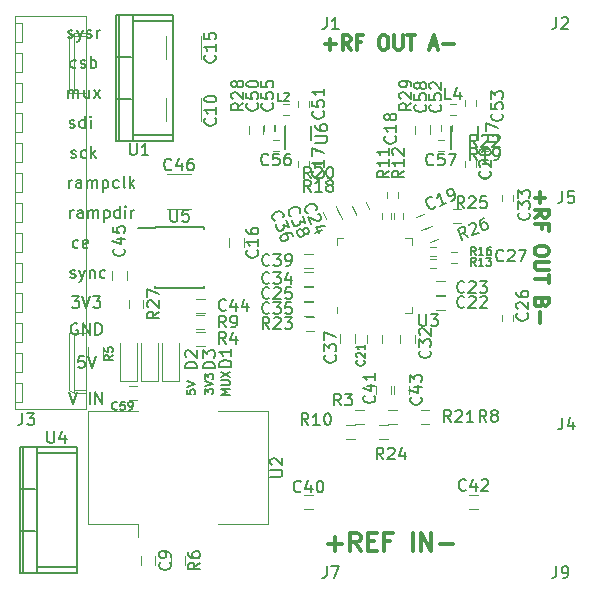
<source format=gbr>
G04 #@! TF.GenerationSoftware,KiCad,Pcbnew,5.0.2-bee76a0~70~ubuntu18.04.1*
G04 #@! TF.CreationDate,2020-07-03T21:26:00+02:00*
G04 #@! TF.ProjectId,lmx2594,6c6d7832-3539-4342-9e6b-696361645f70,rev?*
G04 #@! TF.SameCoordinates,PX463f660PY71d9820*
G04 #@! TF.FileFunction,Legend,Top*
G04 #@! TF.FilePolarity,Positive*
%FSLAX46Y46*%
G04 Gerber Fmt 4.6, Leading zero omitted, Abs format (unit mm)*
G04 Created by KiCad (PCBNEW 5.0.2-bee76a0~70~ubuntu18.04.1) date fre  3 jul 2020 21:26:00*
%MOMM*%
%LPD*%
G01*
G04 APERTURE LIST*
%ADD10C,0.175000*%
%ADD11C,0.150000*%
%ADD12C,0.300000*%
%ADD13C,0.120000*%
G04 APERTURE END LIST*
D10*
X18731666Y16084667D02*
X18031666Y16084667D01*
X18531666Y16318000D01*
X18031666Y16551334D01*
X18731666Y16551334D01*
X18031666Y16884667D02*
X18598333Y16884667D01*
X18665000Y16918000D01*
X18698333Y16951334D01*
X18731666Y17018000D01*
X18731666Y17151334D01*
X18698333Y17218000D01*
X18665000Y17251334D01*
X18598333Y17284667D01*
X18031666Y17284667D01*
X18031666Y17551334D02*
X18731666Y18018000D01*
X18031666Y18018000D02*
X18731666Y17551334D01*
X16634666Y16151334D02*
X16634666Y16584667D01*
X16901333Y16351334D01*
X16901333Y16451334D01*
X16934666Y16518000D01*
X16968000Y16551334D01*
X17034666Y16584667D01*
X17201333Y16584667D01*
X17268000Y16551334D01*
X17301333Y16518000D01*
X17334666Y16451334D01*
X17334666Y16251334D01*
X17301333Y16184667D01*
X17268000Y16151334D01*
X16634666Y16784667D02*
X17334666Y17018000D01*
X16634666Y17251334D01*
X16634666Y17418000D02*
X16634666Y17851334D01*
X16901333Y17618000D01*
X16901333Y17718000D01*
X16934666Y17784667D01*
X16968000Y17818000D01*
X17034666Y17851334D01*
X17201333Y17851334D01*
X17268000Y17818000D01*
X17301333Y17784667D01*
X17334666Y17718000D01*
X17334666Y17518000D01*
X17301333Y17451334D01*
X17268000Y17418000D01*
X15110666Y16503667D02*
X15110666Y16170334D01*
X15444000Y16137000D01*
X15410666Y16170334D01*
X15377333Y16237000D01*
X15377333Y16403667D01*
X15410666Y16470334D01*
X15444000Y16503667D01*
X15510666Y16537000D01*
X15677333Y16537000D01*
X15744000Y16503667D01*
X15777333Y16470334D01*
X15810666Y16403667D01*
X15810666Y16237000D01*
X15777333Y16170334D01*
X15744000Y16137000D01*
X15110666Y16737000D02*
X15810666Y16970334D01*
X15110666Y17203667D01*
D11*
X5127809Y16295620D02*
X5461142Y15295620D01*
X5794476Y16295620D01*
X6889714Y15295620D02*
X6889714Y16295620D01*
X7365904Y15295620D02*
X7365904Y16295620D01*
X7937333Y15295620D01*
X7937333Y16295620D01*
X6413523Y19343620D02*
X5937333Y19343620D01*
X5889714Y18867429D01*
X5937333Y18915048D01*
X6032571Y18962667D01*
X6270666Y18962667D01*
X6365904Y18915048D01*
X6413523Y18867429D01*
X6461142Y18772191D01*
X6461142Y18534096D01*
X6413523Y18438858D01*
X6365904Y18391239D01*
X6270666Y18343620D01*
X6032571Y18343620D01*
X5937333Y18391239D01*
X5889714Y18438858D01*
X6746857Y19343620D02*
X7080190Y18343620D01*
X7413523Y19343620D01*
X5842095Y22090000D02*
X5746857Y22137620D01*
X5604000Y22137620D01*
X5461142Y22090000D01*
X5365904Y21994762D01*
X5318285Y21899524D01*
X5270666Y21709048D01*
X5270666Y21566191D01*
X5318285Y21375715D01*
X5365904Y21280477D01*
X5461142Y21185239D01*
X5604000Y21137620D01*
X5699238Y21137620D01*
X5842095Y21185239D01*
X5889714Y21232858D01*
X5889714Y21566191D01*
X5699238Y21566191D01*
X6318285Y21137620D02*
X6318285Y22137620D01*
X6889714Y21137620D01*
X6889714Y22137620D01*
X7365904Y21137620D02*
X7365904Y22137620D01*
X7604000Y22137620D01*
X7746857Y22090000D01*
X7842095Y21994762D01*
X7889714Y21899524D01*
X7937333Y21709048D01*
X7937333Y21566191D01*
X7889714Y21375715D01*
X7842095Y21280477D01*
X7746857Y21185239D01*
X7604000Y21137620D01*
X7365904Y21137620D01*
X5365904Y24423620D02*
X5984952Y24423620D01*
X5651619Y24042667D01*
X5794476Y24042667D01*
X5889714Y23995048D01*
X5937333Y23947429D01*
X5984952Y23852191D01*
X5984952Y23614096D01*
X5937333Y23518858D01*
X5889714Y23471239D01*
X5794476Y23423620D01*
X5508761Y23423620D01*
X5413523Y23471239D01*
X5365904Y23518858D01*
X6270666Y24423620D02*
X6604000Y23423620D01*
X6937333Y24423620D01*
X7175428Y24423620D02*
X7794476Y24423620D01*
X7461142Y24042667D01*
X7604000Y24042667D01*
X7699238Y23995048D01*
X7746857Y23947429D01*
X7794476Y23852191D01*
X7794476Y23614096D01*
X7746857Y23518858D01*
X7699238Y23471239D01*
X7604000Y23423620D01*
X7318285Y23423620D01*
X7223047Y23471239D01*
X7175428Y23518858D01*
X5254809Y26011239D02*
X5350047Y25963620D01*
X5540523Y25963620D01*
X5635761Y26011239D01*
X5683380Y26106477D01*
X5683380Y26154096D01*
X5635761Y26249334D01*
X5540523Y26296953D01*
X5397666Y26296953D01*
X5302428Y26344572D01*
X5254809Y26439810D01*
X5254809Y26487429D01*
X5302428Y26582667D01*
X5397666Y26630286D01*
X5540523Y26630286D01*
X5635761Y26582667D01*
X6016714Y26630286D02*
X6254809Y25963620D01*
X6492904Y26630286D02*
X6254809Y25963620D01*
X6159571Y25725524D01*
X6111952Y25677905D01*
X6016714Y25630286D01*
X6873857Y26630286D02*
X6873857Y25963620D01*
X6873857Y26535048D02*
X6921476Y26582667D01*
X7016714Y26630286D01*
X7159571Y26630286D01*
X7254809Y26582667D01*
X7302428Y26487429D01*
X7302428Y25963620D01*
X8207190Y26011239D02*
X8111952Y25963620D01*
X7921476Y25963620D01*
X7826238Y26011239D01*
X7778619Y26058858D01*
X7731000Y26154096D01*
X7731000Y26439810D01*
X7778619Y26535048D01*
X7826238Y26582667D01*
X7921476Y26630286D01*
X8111952Y26630286D01*
X8207190Y26582667D01*
X5905523Y28551239D02*
X5810285Y28503620D01*
X5619809Y28503620D01*
X5524571Y28551239D01*
X5476952Y28598858D01*
X5429333Y28694096D01*
X5429333Y28979810D01*
X5476952Y29075048D01*
X5524571Y29122667D01*
X5619809Y29170286D01*
X5810285Y29170286D01*
X5905523Y29122667D01*
X6715047Y28551239D02*
X6619809Y28503620D01*
X6429333Y28503620D01*
X6334095Y28551239D01*
X6286476Y28646477D01*
X6286476Y29027429D01*
X6334095Y29122667D01*
X6429333Y29170286D01*
X6619809Y29170286D01*
X6715047Y29122667D01*
X6762666Y29027429D01*
X6762666Y28932191D01*
X6286476Y28836953D01*
X5231142Y31043620D02*
X5231142Y31710286D01*
X5231142Y31519810D02*
X5278761Y31615048D01*
X5326380Y31662667D01*
X5421619Y31710286D01*
X5516857Y31710286D01*
X6278761Y31043620D02*
X6278761Y31567429D01*
X6231142Y31662667D01*
X6135904Y31710286D01*
X5945428Y31710286D01*
X5850190Y31662667D01*
X6278761Y31091239D02*
X6183523Y31043620D01*
X5945428Y31043620D01*
X5850190Y31091239D01*
X5802571Y31186477D01*
X5802571Y31281715D01*
X5850190Y31376953D01*
X5945428Y31424572D01*
X6183523Y31424572D01*
X6278761Y31472191D01*
X6754952Y31043620D02*
X6754952Y31710286D01*
X6754952Y31615048D02*
X6802571Y31662667D01*
X6897809Y31710286D01*
X7040666Y31710286D01*
X7135904Y31662667D01*
X7183523Y31567429D01*
X7183523Y31043620D01*
X7183523Y31567429D02*
X7231142Y31662667D01*
X7326380Y31710286D01*
X7469238Y31710286D01*
X7564476Y31662667D01*
X7612095Y31567429D01*
X7612095Y31043620D01*
X8088285Y31710286D02*
X8088285Y30710286D01*
X8088285Y31662667D02*
X8183523Y31710286D01*
X8374000Y31710286D01*
X8469238Y31662667D01*
X8516857Y31615048D01*
X8564476Y31519810D01*
X8564476Y31234096D01*
X8516857Y31138858D01*
X8469238Y31091239D01*
X8374000Y31043620D01*
X8183523Y31043620D01*
X8088285Y31091239D01*
X9421619Y31043620D02*
X9421619Y32043620D01*
X9421619Y31091239D02*
X9326380Y31043620D01*
X9135904Y31043620D01*
X9040666Y31091239D01*
X8993047Y31138858D01*
X8945428Y31234096D01*
X8945428Y31519810D01*
X8993047Y31615048D01*
X9040666Y31662667D01*
X9135904Y31710286D01*
X9326380Y31710286D01*
X9421619Y31662667D01*
X9897809Y31043620D02*
X9897809Y31710286D01*
X9897809Y32043620D02*
X9850190Y31996000D01*
X9897809Y31948381D01*
X9945428Y31996000D01*
X9897809Y32043620D01*
X9897809Y31948381D01*
X10374000Y31043620D02*
X10374000Y31710286D01*
X10374000Y31519810D02*
X10421619Y31615048D01*
X10469238Y31662667D01*
X10564476Y31710286D01*
X10659714Y31710286D01*
X5135904Y33583620D02*
X5135904Y34250286D01*
X5135904Y34059810D02*
X5183523Y34155048D01*
X5231142Y34202667D01*
X5326380Y34250286D01*
X5421619Y34250286D01*
X6183523Y33583620D02*
X6183523Y34107429D01*
X6135904Y34202667D01*
X6040666Y34250286D01*
X5850190Y34250286D01*
X5754952Y34202667D01*
X6183523Y33631239D02*
X6088285Y33583620D01*
X5850190Y33583620D01*
X5754952Y33631239D01*
X5707333Y33726477D01*
X5707333Y33821715D01*
X5754952Y33916953D01*
X5850190Y33964572D01*
X6088285Y33964572D01*
X6183523Y34012191D01*
X6659714Y33583620D02*
X6659714Y34250286D01*
X6659714Y34155048D02*
X6707333Y34202667D01*
X6802571Y34250286D01*
X6945428Y34250286D01*
X7040666Y34202667D01*
X7088285Y34107429D01*
X7088285Y33583620D01*
X7088285Y34107429D02*
X7135904Y34202667D01*
X7231142Y34250286D01*
X7374000Y34250286D01*
X7469238Y34202667D01*
X7516857Y34107429D01*
X7516857Y33583620D01*
X7993047Y34250286D02*
X7993047Y33250286D01*
X7993047Y34202667D02*
X8088285Y34250286D01*
X8278761Y34250286D01*
X8374000Y34202667D01*
X8421619Y34155048D01*
X8469238Y34059810D01*
X8469238Y33774096D01*
X8421619Y33678858D01*
X8374000Y33631239D01*
X8278761Y33583620D01*
X8088285Y33583620D01*
X7993047Y33631239D01*
X9326380Y33631239D02*
X9231142Y33583620D01*
X9040666Y33583620D01*
X8945428Y33631239D01*
X8897809Y33678858D01*
X8850190Y33774096D01*
X8850190Y34059810D01*
X8897809Y34155048D01*
X8945428Y34202667D01*
X9040666Y34250286D01*
X9231142Y34250286D01*
X9326380Y34202667D01*
X9897809Y33583620D02*
X9802571Y33631239D01*
X9754952Y33726477D01*
X9754952Y34583620D01*
X10278761Y33583620D02*
X10278761Y34583620D01*
X10374000Y33964572D02*
X10659714Y33583620D01*
X10659714Y34250286D02*
X10278761Y33869334D01*
X5302380Y36171239D02*
X5397619Y36123620D01*
X5588095Y36123620D01*
X5683333Y36171239D01*
X5730952Y36266477D01*
X5730952Y36314096D01*
X5683333Y36409334D01*
X5588095Y36456953D01*
X5445238Y36456953D01*
X5350000Y36504572D01*
X5302380Y36599810D01*
X5302380Y36647429D01*
X5350000Y36742667D01*
X5445238Y36790286D01*
X5588095Y36790286D01*
X5683333Y36742667D01*
X6588095Y36171239D02*
X6492857Y36123620D01*
X6302380Y36123620D01*
X6207142Y36171239D01*
X6159523Y36218858D01*
X6111904Y36314096D01*
X6111904Y36599810D01*
X6159523Y36695048D01*
X6207142Y36742667D01*
X6302380Y36790286D01*
X6492857Y36790286D01*
X6588095Y36742667D01*
X7016666Y36123620D02*
X7016666Y37123620D01*
X7111904Y36504572D02*
X7397619Y36123620D01*
X7397619Y36790286D02*
X7016666Y36409334D01*
X5191238Y38711239D02*
X5286476Y38663620D01*
X5476952Y38663620D01*
X5572190Y38711239D01*
X5619809Y38806477D01*
X5619809Y38854096D01*
X5572190Y38949334D01*
X5476952Y38996953D01*
X5334095Y38996953D01*
X5238857Y39044572D01*
X5191238Y39139810D01*
X5191238Y39187429D01*
X5238857Y39282667D01*
X5334095Y39330286D01*
X5476952Y39330286D01*
X5572190Y39282667D01*
X6476952Y38663620D02*
X6476952Y39663620D01*
X6476952Y38711239D02*
X6381714Y38663620D01*
X6191238Y38663620D01*
X6096000Y38711239D01*
X6048380Y38758858D01*
X6000761Y38854096D01*
X6000761Y39139810D01*
X6048380Y39235048D01*
X6096000Y39282667D01*
X6191238Y39330286D01*
X6381714Y39330286D01*
X6476952Y39282667D01*
X6953142Y38663620D02*
X6953142Y39330286D01*
X6953142Y39663620D02*
X6905523Y39616000D01*
X6953142Y39568381D01*
X7000761Y39616000D01*
X6953142Y39663620D01*
X6953142Y39568381D01*
X5064285Y41203620D02*
X5064285Y41870286D01*
X5064285Y41775048D02*
X5111904Y41822667D01*
X5207142Y41870286D01*
X5350000Y41870286D01*
X5445238Y41822667D01*
X5492857Y41727429D01*
X5492857Y41203620D01*
X5492857Y41727429D02*
X5540476Y41822667D01*
X5635714Y41870286D01*
X5778571Y41870286D01*
X5873809Y41822667D01*
X5921428Y41727429D01*
X5921428Y41203620D01*
X6826190Y41870286D02*
X6826190Y41203620D01*
X6397619Y41870286D02*
X6397619Y41346477D01*
X6445238Y41251239D01*
X6540476Y41203620D01*
X6683333Y41203620D01*
X6778571Y41251239D01*
X6826190Y41298858D01*
X7207142Y41203620D02*
X7730952Y41870286D01*
X7207142Y41870286D02*
X7730952Y41203620D01*
X5730952Y43791239D02*
X5635714Y43743620D01*
X5445238Y43743620D01*
X5350000Y43791239D01*
X5302380Y43838858D01*
X5254761Y43934096D01*
X5254761Y44219810D01*
X5302380Y44315048D01*
X5350000Y44362667D01*
X5445238Y44410286D01*
X5635714Y44410286D01*
X5730952Y44362667D01*
X6111904Y43791239D02*
X6207142Y43743620D01*
X6397619Y43743620D01*
X6492857Y43791239D01*
X6540476Y43886477D01*
X6540476Y43934096D01*
X6492857Y44029334D01*
X6397619Y44076953D01*
X6254761Y44076953D01*
X6159523Y44124572D01*
X6111904Y44219810D01*
X6111904Y44267429D01*
X6159523Y44362667D01*
X6254761Y44410286D01*
X6397619Y44410286D01*
X6492857Y44362667D01*
X6969047Y43743620D02*
X6969047Y44743620D01*
X6969047Y44362667D02*
X7064285Y44410286D01*
X7254761Y44410286D01*
X7350000Y44362667D01*
X7397619Y44315048D01*
X7445238Y44219810D01*
X7445238Y43934096D01*
X7397619Y43838858D01*
X7350000Y43791239D01*
X7254761Y43743620D01*
X7064285Y43743620D01*
X6969047Y43791239D01*
X5040476Y46331239D02*
X5135714Y46283620D01*
X5326190Y46283620D01*
X5421428Y46331239D01*
X5469047Y46426477D01*
X5469047Y46474096D01*
X5421428Y46569334D01*
X5326190Y46616953D01*
X5183333Y46616953D01*
X5088095Y46664572D01*
X5040476Y46759810D01*
X5040476Y46807429D01*
X5088095Y46902667D01*
X5183333Y46950286D01*
X5326190Y46950286D01*
X5421428Y46902667D01*
X5802380Y46950286D02*
X6040476Y46283620D01*
X6278571Y46950286D02*
X6040476Y46283620D01*
X5945238Y46045524D01*
X5897619Y45997905D01*
X5802380Y45950286D01*
X6611904Y46331239D02*
X6707142Y46283620D01*
X6897619Y46283620D01*
X6992857Y46331239D01*
X7040476Y46426477D01*
X7040476Y46474096D01*
X6992857Y46569334D01*
X6897619Y46616953D01*
X6754761Y46616953D01*
X6659523Y46664572D01*
X6611904Y46759810D01*
X6611904Y46807429D01*
X6659523Y46902667D01*
X6754761Y46950286D01*
X6897619Y46950286D01*
X6992857Y46902667D01*
X7469047Y46283620D02*
X7469047Y46950286D01*
X7469047Y46759810D02*
X7516666Y46855048D01*
X7564285Y46902667D01*
X7659523Y46950286D01*
X7754761Y46950286D01*
D12*
X27099285Y3448858D02*
X28242142Y3448858D01*
X27670714Y2877429D02*
X27670714Y4020286D01*
X29813571Y2877429D02*
X29313571Y3591715D01*
X28956428Y2877429D02*
X28956428Y4377429D01*
X29527857Y4377429D01*
X29670714Y4306000D01*
X29742142Y4234572D01*
X29813571Y4091715D01*
X29813571Y3877429D01*
X29742142Y3734572D01*
X29670714Y3663143D01*
X29527857Y3591715D01*
X28956428Y3591715D01*
X30456428Y3663143D02*
X30956428Y3663143D01*
X31170714Y2877429D02*
X30456428Y2877429D01*
X30456428Y4377429D01*
X31170714Y4377429D01*
X32313571Y3663143D02*
X31813571Y3663143D01*
X31813571Y2877429D02*
X31813571Y4377429D01*
X32527857Y4377429D01*
X34242142Y2877429D02*
X34242142Y4377429D01*
X34956428Y2877429D02*
X34956428Y4377429D01*
X35813571Y2877429D01*
X35813571Y4377429D01*
X36527857Y3448858D02*
X37670714Y3448858D01*
X44999285Y33228858D02*
X44999285Y32314572D01*
X44542142Y32771715D02*
X45456428Y32771715D01*
X44542142Y31057429D02*
X45113571Y31457429D01*
X44542142Y31743143D02*
X45742142Y31743143D01*
X45742142Y31286000D01*
X45685000Y31171715D01*
X45627857Y31114572D01*
X45513571Y31057429D01*
X45342142Y31057429D01*
X45227857Y31114572D01*
X45170714Y31171715D01*
X45113571Y31286000D01*
X45113571Y31743143D01*
X45170714Y30143143D02*
X45170714Y30543143D01*
X44542142Y30543143D02*
X45742142Y30543143D01*
X45742142Y29971715D01*
X45742142Y28371715D02*
X45742142Y28143143D01*
X45685000Y28028858D01*
X45570714Y27914572D01*
X45342142Y27857429D01*
X44942142Y27857429D01*
X44713571Y27914572D01*
X44599285Y28028858D01*
X44542142Y28143143D01*
X44542142Y28371715D01*
X44599285Y28486000D01*
X44713571Y28600286D01*
X44942142Y28657429D01*
X45342142Y28657429D01*
X45570714Y28600286D01*
X45685000Y28486000D01*
X45742142Y28371715D01*
X45742142Y27343143D02*
X44770714Y27343143D01*
X44656428Y27286000D01*
X44599285Y27228858D01*
X44542142Y27114572D01*
X44542142Y26886000D01*
X44599285Y26771715D01*
X44656428Y26714572D01*
X44770714Y26657429D01*
X45742142Y26657429D01*
X45742142Y26257429D02*
X45742142Y25571715D01*
X44542142Y25914572D02*
X45742142Y25914572D01*
X45170714Y23857429D02*
X45113571Y23686000D01*
X45056428Y23628858D01*
X44942142Y23571715D01*
X44770714Y23571715D01*
X44656428Y23628858D01*
X44599285Y23686000D01*
X44542142Y23800286D01*
X44542142Y24257429D01*
X45742142Y24257429D01*
X45742142Y23857429D01*
X45685000Y23743143D01*
X45627857Y23686000D01*
X45513571Y23628858D01*
X45399285Y23628858D01*
X45285000Y23686000D01*
X45227857Y23743143D01*
X45170714Y23857429D01*
X45170714Y24257429D01*
X44999285Y23057429D02*
X44999285Y22143143D01*
X26800857Y45761286D02*
X27715142Y45761286D01*
X27258000Y45304143D02*
X27258000Y46218429D01*
X28972285Y45304143D02*
X28572285Y45875572D01*
X28286571Y45304143D02*
X28286571Y46504143D01*
X28743714Y46504143D01*
X28858000Y46447000D01*
X28915142Y46389858D01*
X28972285Y46275572D01*
X28972285Y46104143D01*
X28915142Y45989858D01*
X28858000Y45932715D01*
X28743714Y45875572D01*
X28286571Y45875572D01*
X29886571Y45932715D02*
X29486571Y45932715D01*
X29486571Y45304143D02*
X29486571Y46504143D01*
X30058000Y46504143D01*
X31658000Y46504143D02*
X31886571Y46504143D01*
X32000857Y46447000D01*
X32115142Y46332715D01*
X32172285Y46104143D01*
X32172285Y45704143D01*
X32115142Y45475572D01*
X32000857Y45361286D01*
X31886571Y45304143D01*
X31658000Y45304143D01*
X31543714Y45361286D01*
X31429428Y45475572D01*
X31372285Y45704143D01*
X31372285Y46104143D01*
X31429428Y46332715D01*
X31543714Y46447000D01*
X31658000Y46504143D01*
X32686571Y46504143D02*
X32686571Y45532715D01*
X32743714Y45418429D01*
X32800857Y45361286D01*
X32915142Y45304143D01*
X33143714Y45304143D01*
X33258000Y45361286D01*
X33315142Y45418429D01*
X33372285Y45532715D01*
X33372285Y46504143D01*
X33772285Y46504143D02*
X34458000Y46504143D01*
X34115142Y45304143D02*
X34115142Y46504143D01*
X35715142Y45647000D02*
X36286571Y45647000D01*
X35600857Y45304143D02*
X36000857Y46504143D01*
X36400857Y45304143D01*
X36800857Y45761286D02*
X37715142Y45761286D01*
D11*
G04 #@! TO.C,U5*
X12403000Y30261000D02*
X12403000Y30211000D01*
X16553000Y30261000D02*
X16553000Y30116000D01*
X16553000Y25111000D02*
X16553000Y25256000D01*
X12403000Y25111000D02*
X12403000Y25256000D01*
X12403000Y30261000D02*
X16553000Y30261000D01*
X12403000Y25111000D02*
X16553000Y25111000D01*
X12403000Y30211000D02*
X11003000Y30211000D01*
D13*
G04 #@! TO.C,D1*
X14466000Y20478000D02*
X14466000Y17278000D01*
X12966000Y17278000D02*
X12966000Y20478000D01*
X12966000Y17278000D02*
X14466000Y17278000D01*
G04 #@! TO.C,D2*
X10910000Y20478000D02*
X10910000Y17278000D01*
X9410000Y17278000D02*
X9410000Y20478000D01*
X9410000Y17278000D02*
X10910000Y17278000D01*
G04 #@! TO.C,D3*
X12688000Y20478000D02*
X12688000Y17278000D01*
X11188000Y17278000D02*
X11188000Y20478000D01*
X11188000Y17278000D02*
X12688000Y17278000D01*
G04 #@! TO.C,J3*
X536000Y14886000D02*
X6536000Y14886000D01*
X6536000Y14886000D02*
X6536000Y48106000D01*
X6536000Y48106000D02*
X536000Y48106000D01*
X536000Y48106000D02*
X536000Y14886000D01*
X6536000Y16256000D02*
X5536000Y16256000D01*
X5536000Y16256000D02*
X5536000Y21336000D01*
X5536000Y21336000D02*
X6536000Y21336000D01*
X5536000Y16256000D02*
X5106000Y16506000D01*
X5106000Y16506000D02*
X5106000Y21336000D01*
X5106000Y21336000D02*
X5536000Y21336000D01*
X6536000Y16506000D02*
X5536000Y16506000D01*
X6536000Y46736000D02*
X5536000Y46736000D01*
X5536000Y46736000D02*
X5536000Y41656000D01*
X5536000Y41656000D02*
X6536000Y41656000D01*
X5536000Y46736000D02*
X5106000Y46486000D01*
X5106000Y46486000D02*
X5106000Y41656000D01*
X5106000Y41656000D02*
X5536000Y41656000D01*
X6536000Y46486000D02*
X5536000Y46486000D01*
X536000Y15456000D02*
X1156000Y15456000D01*
X1156000Y15456000D02*
X1156000Y17056000D01*
X1156000Y17056000D02*
X536000Y17056000D01*
X536000Y17996000D02*
X1156000Y17996000D01*
X1156000Y17996000D02*
X1156000Y19596000D01*
X1156000Y19596000D02*
X536000Y19596000D01*
X536000Y20536000D02*
X1156000Y20536000D01*
X1156000Y20536000D02*
X1156000Y22136000D01*
X1156000Y22136000D02*
X536000Y22136000D01*
X536000Y23076000D02*
X1156000Y23076000D01*
X1156000Y23076000D02*
X1156000Y24676000D01*
X1156000Y24676000D02*
X536000Y24676000D01*
X536000Y25616000D02*
X1156000Y25616000D01*
X1156000Y25616000D02*
X1156000Y27216000D01*
X1156000Y27216000D02*
X536000Y27216000D01*
X536000Y28156000D02*
X1156000Y28156000D01*
X1156000Y28156000D02*
X1156000Y29756000D01*
X1156000Y29756000D02*
X536000Y29756000D01*
X536000Y30696000D02*
X1156000Y30696000D01*
X1156000Y30696000D02*
X1156000Y32296000D01*
X1156000Y32296000D02*
X536000Y32296000D01*
X536000Y33236000D02*
X1156000Y33236000D01*
X1156000Y33236000D02*
X1156000Y34836000D01*
X1156000Y34836000D02*
X536000Y34836000D01*
X536000Y35776000D02*
X1156000Y35776000D01*
X1156000Y35776000D02*
X1156000Y37376000D01*
X1156000Y37376000D02*
X536000Y37376000D01*
X536000Y38316000D02*
X1156000Y38316000D01*
X1156000Y38316000D02*
X1156000Y39916000D01*
X1156000Y39916000D02*
X536000Y39916000D01*
X536000Y40856000D02*
X1156000Y40856000D01*
X1156000Y40856000D02*
X1156000Y42456000D01*
X1156000Y42456000D02*
X536000Y42456000D01*
X536000Y43396000D02*
X1156000Y43396000D01*
X1156000Y43396000D02*
X1156000Y44996000D01*
X1156000Y44996000D02*
X536000Y44996000D01*
X536000Y45936000D02*
X1156000Y45936000D01*
X1156000Y45936000D02*
X1156000Y47536000D01*
X1156000Y47536000D02*
X536000Y47536000D01*
D11*
G04 #@! TO.C,U1*
X10541000Y47752000D02*
X13970000Y47752000D01*
X10541000Y38100000D02*
X13970000Y38100000D01*
X9398000Y48260000D02*
X9398000Y37592000D01*
X10414000Y44704000D02*
X9144000Y44704000D01*
X10414000Y41148000D02*
X9144000Y41148000D01*
X10541000Y37592000D02*
X10541000Y48260000D01*
X13970000Y48260000D02*
X13970000Y37592000D01*
X9144000Y37592000D02*
X13970000Y37592000D01*
X9144000Y48260000D02*
X13970000Y48260000D01*
X9144000Y48260000D02*
X9144000Y37592000D01*
D13*
G04 #@! TO.C,U3*
X27838000Y29312000D02*
X28363000Y29312000D01*
X34138000Y23012000D02*
X33613000Y23012000D01*
X34138000Y29312000D02*
X33613000Y29312000D01*
X27838000Y23012000D02*
X27838000Y23537000D01*
X34138000Y23012000D02*
X34138000Y23537000D01*
X34138000Y29312000D02*
X34138000Y28787000D01*
X27838000Y29312000D02*
X27838000Y28787000D01*
G04 #@! TO.C,C19*
X34511032Y31154389D02*
X35157748Y31422267D01*
X35616968Y30313611D02*
X34970252Y30045733D01*
G04 #@! TO.C,C21*
X30388000Y20478000D02*
X30388000Y21178000D01*
X31588000Y21178000D02*
X31588000Y20478000D01*
G04 #@! TO.C,C22*
X36926000Y23276000D02*
X36226000Y23276000D01*
X36226000Y24476000D02*
X36926000Y24476000D01*
G04 #@! TO.C,C23*
X36926000Y24546000D02*
X36226000Y24546000D01*
X36226000Y25746000D02*
X36926000Y25746000D01*
G04 #@! TO.C,C24*
X30265389Y32429968D02*
X30533267Y31783252D01*
X29424611Y31324032D02*
X29156733Y31970748D01*
G04 #@! TO.C,C25*
X25050000Y25238000D02*
X25750000Y25238000D01*
X25750000Y24038000D02*
X25050000Y24038000D01*
G04 #@! TO.C,C32*
X33182000Y20478000D02*
X33182000Y21178000D01*
X34382000Y21178000D02*
X34382000Y20478000D01*
G04 #@! TO.C,C34*
X25050000Y26508000D02*
X25750000Y26508000D01*
X25750000Y25308000D02*
X25050000Y25308000D01*
G04 #@! TO.C,C35*
X25062000Y23968000D02*
X25762000Y23968000D01*
X25762000Y22768000D02*
X25062000Y22768000D01*
G04 #@! TO.C,C38*
X29122389Y32048968D02*
X29390267Y31402252D01*
X28281611Y30943032D02*
X28013733Y31589748D01*
G04 #@! TO.C,C40*
X25050000Y7573000D02*
X25750000Y7573000D01*
X25750000Y6373000D02*
X25050000Y6373000D01*
G04 #@! TO.C,C41*
X31150000Y16160000D02*
X31150000Y16860000D01*
X32350000Y16860000D02*
X32350000Y16160000D01*
G04 #@! TO.C,C42*
X39720000Y6385000D02*
X39020000Y6385000D01*
X39020000Y7585000D02*
X39720000Y7585000D01*
G04 #@! TO.C,C43*
X32674000Y16160000D02*
X32674000Y16860000D01*
X33874000Y16860000D02*
X33874000Y16160000D01*
G04 #@! TO.C,R4*
X16606000Y20228000D02*
X15906000Y20228000D01*
X15906000Y21428000D02*
X16606000Y21428000D01*
G04 #@! TO.C,R5*
X6766000Y19450000D02*
X6766000Y20150000D01*
X7966000Y20150000D02*
X7966000Y19450000D01*
G04 #@! TO.C,R6*
X13751000Y1694000D02*
X13751000Y2394000D01*
X14951000Y2394000D02*
X14951000Y1694000D01*
G04 #@! TO.C,R9*
X16594000Y21625000D02*
X15894000Y21625000D01*
X15894000Y22825000D02*
X16594000Y22825000D01*
G04 #@! TO.C,R10*
X28606000Y13554000D02*
X29306000Y13554000D01*
X29306000Y12354000D02*
X28606000Y12354000D01*
G04 #@! TO.C,R21*
X32862000Y13624000D02*
X32162000Y13624000D01*
X32162000Y14824000D02*
X32862000Y14824000D01*
G04 #@! TO.C,R3*
X30068000Y13624000D02*
X29368000Y13624000D01*
X29368000Y14824000D02*
X30068000Y14824000D01*
G04 #@! TO.C,R8*
X35644000Y13624000D02*
X34944000Y13624000D01*
X34944000Y14824000D02*
X35644000Y14824000D01*
G04 #@! TO.C,R23*
X25877000Y21498000D02*
X25177000Y21498000D01*
X25177000Y22698000D02*
X25877000Y22698000D01*
G04 #@! TO.C,R24*
X31400000Y13554000D02*
X32100000Y13554000D01*
X32100000Y12354000D02*
X31400000Y12354000D01*
G04 #@! TO.C,R25*
X37611000Y31842000D02*
X38311000Y31842000D01*
X38311000Y30642000D02*
X37611000Y30642000D01*
G04 #@! TO.C,R26*
X35249032Y30138389D02*
X35895748Y30406267D01*
X36354968Y29297611D02*
X35708252Y29029733D01*
G04 #@! TO.C,C9*
X11211000Y1694000D02*
X11211000Y2394000D01*
X12411000Y2394000D02*
X12411000Y1694000D01*
G04 #@! TO.C,C17*
X25489000Y35395000D02*
X25489000Y35895000D01*
X24549000Y35895000D02*
X24549000Y35395000D01*
G04 #@! TO.C,C18*
X32982000Y32770000D02*
X32982000Y33270000D01*
X32042000Y33270000D02*
X32042000Y32770000D01*
G04 #@! TO.C,C20*
X39586000Y35395000D02*
X39586000Y35895000D01*
X38646000Y35895000D02*
X38646000Y35395000D01*
G04 #@! TO.C,C26*
X41821000Y22856000D02*
X41821000Y22356000D01*
X42761000Y22356000D02*
X42761000Y22856000D01*
G04 #@! TO.C,C27*
X37469000Y27216000D02*
X37969000Y27216000D01*
X37969000Y28156000D02*
X37469000Y28156000D01*
G04 #@! TO.C,C46*
X15446000Y34754000D02*
X13446000Y34754000D01*
X13446000Y31794000D02*
X15446000Y31794000D01*
G04 #@! TO.C,C50*
X21628000Y38943000D02*
X21628000Y38443000D01*
X22568000Y38443000D02*
X22568000Y38943000D01*
G04 #@! TO.C,C51*
X25489000Y40475000D02*
X25489000Y40975000D01*
X24549000Y40975000D02*
X24549000Y40475000D01*
G04 #@! TO.C,C52*
X36614000Y38943000D02*
X36614000Y38443000D01*
X37554000Y38443000D02*
X37554000Y38943000D01*
G04 #@! TO.C,C53*
X39586000Y40517000D02*
X39586000Y41017000D01*
X38646000Y41017000D02*
X38646000Y40517000D01*
G04 #@! TO.C,L2*
X23787000Y40729000D02*
X23287000Y40729000D01*
X23287000Y39789000D02*
X23787000Y39789000D01*
G04 #@! TO.C,L4*
X37884000Y40729000D02*
X37384000Y40729000D01*
X37384000Y39789000D02*
X37884000Y39789000D01*
G04 #@! TO.C,R11*
X31601000Y31492000D02*
X31601000Y30992000D01*
X32661000Y30992000D02*
X32661000Y31492000D01*
G04 #@! TO.C,R12*
X33423000Y30992000D02*
X33423000Y31492000D01*
X32363000Y31492000D02*
X32363000Y30992000D01*
G04 #@! TO.C,R13*
X36191000Y27835000D02*
X35691000Y27835000D01*
X35691000Y26775000D02*
X36191000Y26775000D01*
G04 #@! TO.C,R16*
X35691000Y27537000D02*
X36191000Y27537000D01*
X36191000Y28597000D02*
X35691000Y28597000D01*
G04 #@! TO.C,R27*
X10195000Y23399000D02*
X10195000Y24099000D01*
X11395000Y24099000D02*
X11395000Y23399000D01*
G04 #@! TO.C,R28*
X20355000Y38143000D02*
X20355000Y38843000D01*
X21555000Y38843000D02*
X21555000Y38143000D01*
G04 #@! TO.C,R29*
X34452000Y38143000D02*
X34452000Y38843000D01*
X35652000Y38843000D02*
X35652000Y38143000D01*
G04 #@! TO.C,U2*
X17726000Y14661000D02*
X21951000Y14661000D01*
X21951000Y14661000D02*
X21951000Y5161000D01*
X21951000Y5161000D02*
X17726000Y5161000D01*
X10976000Y3991000D02*
X10976000Y5161000D01*
X10976000Y5161000D02*
X6751000Y5161000D01*
X6751000Y5161000D02*
X6751000Y14661000D01*
X6751000Y14661000D02*
X10976000Y14661000D01*
D11*
G04 #@! TO.C,U4*
X2413000Y11176000D02*
X5842000Y11176000D01*
X2413000Y1524000D02*
X5842000Y1524000D01*
X1270000Y11684000D02*
X1270000Y1016000D01*
X2286000Y8128000D02*
X1016000Y8128000D01*
X2286000Y4572000D02*
X1016000Y4572000D01*
X2413000Y1016000D02*
X2413000Y11684000D01*
X5842000Y11684000D02*
X5842000Y1016000D01*
X1016000Y1016000D02*
X5842000Y1016000D01*
X1016000Y11684000D02*
X5842000Y11684000D01*
X1016000Y11684000D02*
X1016000Y1016000D01*
G04 #@! TO.C,U6*
X25636000Y37652000D02*
X25636000Y38802000D01*
X23386000Y36877000D02*
X23386000Y38802000D01*
G04 #@! TO.C,U7*
X39733000Y37652000D02*
X39733000Y38802000D01*
X37483000Y36877000D02*
X37483000Y38802000D01*
D13*
G04 #@! TO.C,C55*
X22517000Y38943000D02*
X22517000Y38443000D01*
X23457000Y38443000D02*
X23457000Y38943000D01*
G04 #@! TO.C,C56*
X22398000Y36741000D02*
X22898000Y36741000D01*
X22898000Y37681000D02*
X22398000Y37681000D01*
G04 #@! TO.C,C57*
X36368000Y36741000D02*
X36868000Y36741000D01*
X36868000Y37681000D02*
X36368000Y37681000D01*
G04 #@! TO.C,C58*
X35725000Y38943000D02*
X35725000Y38443000D01*
X36665000Y38443000D02*
X36665000Y38943000D01*
G04 #@! TO.C,C33*
X42761000Y32516000D02*
X42761000Y33016000D01*
X41821000Y33016000D02*
X41821000Y32516000D01*
G04 #@! TO.C,C16*
X19904000Y29318000D02*
X19904000Y28618000D01*
X18704000Y28618000D02*
X18704000Y29318000D01*
G04 #@! TO.C,C45*
X8798000Y25824000D02*
X8798000Y26524000D01*
X9998000Y26524000D02*
X9998000Y25824000D01*
G04 #@! TO.C,C44*
X15918000Y24222000D02*
X16618000Y24222000D01*
X16618000Y23022000D02*
X15918000Y23022000D01*
G04 #@! TO.C,C59*
X10191000Y16856000D02*
X10891000Y16856000D01*
X10891000Y15656000D02*
X10191000Y15656000D01*
G04 #@! TO.C,C10*
X13379000Y41235000D02*
X13379000Y39235000D01*
X16339000Y39235000D02*
X16339000Y41235000D01*
G04 #@! TO.C,C15*
X16339000Y44466000D02*
X16339000Y46466000D01*
X13379000Y46466000D02*
X13379000Y44466000D01*
G04 #@! TO.C,C36*
X27725389Y32048968D02*
X27993267Y31402252D01*
X26884611Y30943032D02*
X26616733Y31589748D01*
G04 #@! TO.C,C37*
X28102000Y20490000D02*
X28102000Y21190000D01*
X29302000Y21190000D02*
X29302000Y20490000D01*
G04 #@! TO.C,C39*
X25050000Y28032000D02*
X25750000Y28032000D01*
X25750000Y26832000D02*
X25050000Y26832000D01*
G04 #@! TO.C,R18*
X25981000Y34522000D02*
X26481000Y34522000D01*
X26481000Y35582000D02*
X25981000Y35582000D01*
G04 #@! TO.C,R19*
X40578000Y35582000D02*
X40078000Y35582000D01*
X40078000Y34522000D02*
X40578000Y34522000D01*
G04 #@! TO.C,R20*
X26481000Y36725000D02*
X25981000Y36725000D01*
X25981000Y35665000D02*
X26481000Y35665000D01*
G04 #@! TO.C,R22*
X40078000Y35665000D02*
X40578000Y35665000D01*
X40578000Y36725000D02*
X40078000Y36725000D01*
G04 #@! TO.C,U5*
D11*
X13716095Y31733620D02*
X13716095Y30924096D01*
X13763714Y30828858D01*
X13811333Y30781239D01*
X13906571Y30733620D01*
X14097047Y30733620D01*
X14192285Y30781239D01*
X14239904Y30828858D01*
X14287523Y30924096D01*
X14287523Y31733620D01*
X15239904Y31733620D02*
X14763714Y31733620D01*
X14716095Y31257429D01*
X14763714Y31305048D01*
X14858952Y31352667D01*
X15097047Y31352667D01*
X15192285Y31305048D01*
X15239904Y31257429D01*
X15287523Y31162191D01*
X15287523Y30924096D01*
X15239904Y30828858D01*
X15192285Y30781239D01*
X15097047Y30733620D01*
X14858952Y30733620D01*
X14763714Y30781239D01*
X14716095Y30828858D01*
G04 #@! TO.C,D1*
X18867380Y18438905D02*
X17867380Y18438905D01*
X17867380Y18677000D01*
X17915000Y18819858D01*
X18010238Y18915096D01*
X18105476Y18962715D01*
X18295952Y19010334D01*
X18438809Y19010334D01*
X18629285Y18962715D01*
X18724523Y18915096D01*
X18819761Y18819858D01*
X18867380Y18677000D01*
X18867380Y18438905D01*
X18867380Y19962715D02*
X18867380Y19391286D01*
X18867380Y19677000D02*
X17867380Y19677000D01*
X18010238Y19581762D01*
X18105476Y19486524D01*
X18153095Y19391286D01*
G04 #@! TO.C,D2*
X15946380Y18311905D02*
X14946380Y18311905D01*
X14946380Y18550000D01*
X14994000Y18692858D01*
X15089238Y18788096D01*
X15184476Y18835715D01*
X15374952Y18883334D01*
X15517809Y18883334D01*
X15708285Y18835715D01*
X15803523Y18788096D01*
X15898761Y18692858D01*
X15946380Y18550000D01*
X15946380Y18311905D01*
X15041619Y19264286D02*
X14994000Y19311905D01*
X14946380Y19407143D01*
X14946380Y19645239D01*
X14994000Y19740477D01*
X15041619Y19788096D01*
X15136857Y19835715D01*
X15232095Y19835715D01*
X15374952Y19788096D01*
X15946380Y19216667D01*
X15946380Y19835715D01*
G04 #@! TO.C,D3*
X17470380Y18311905D02*
X16470380Y18311905D01*
X16470380Y18550000D01*
X16518000Y18692858D01*
X16613238Y18788096D01*
X16708476Y18835715D01*
X16898952Y18883334D01*
X17041809Y18883334D01*
X17232285Y18835715D01*
X17327523Y18788096D01*
X17422761Y18692858D01*
X17470380Y18550000D01*
X17470380Y18311905D01*
X16470380Y19216667D02*
X16470380Y19835715D01*
X16851333Y19502381D01*
X16851333Y19645239D01*
X16898952Y19740477D01*
X16946571Y19788096D01*
X17041809Y19835715D01*
X17279904Y19835715D01*
X17375142Y19788096D01*
X17422761Y19740477D01*
X17470380Y19645239D01*
X17470380Y19359524D01*
X17422761Y19264286D01*
X17375142Y19216667D01*
G04 #@! TO.C,J3*
X1190666Y14517620D02*
X1190666Y13803334D01*
X1143047Y13660477D01*
X1047809Y13565239D01*
X904952Y13517620D01*
X809714Y13517620D01*
X1571619Y14517620D02*
X2190666Y14517620D01*
X1857333Y14136667D01*
X2000190Y14136667D01*
X2095428Y14089048D01*
X2143047Y14041429D01*
X2190666Y13946191D01*
X2190666Y13708096D01*
X2143047Y13612858D01*
X2095428Y13565239D01*
X2000190Y13517620D01*
X1714476Y13517620D01*
X1619238Y13565239D01*
X1571619Y13612858D01*
G04 #@! TO.C,U1*
X10287095Y37377620D02*
X10287095Y36568096D01*
X10334714Y36472858D01*
X10382333Y36425239D01*
X10477571Y36377620D01*
X10668047Y36377620D01*
X10763285Y36425239D01*
X10810904Y36472858D01*
X10858523Y36568096D01*
X10858523Y37377620D01*
X11858523Y36377620D02*
X11287095Y36377620D01*
X11572809Y36377620D02*
X11572809Y37377620D01*
X11477571Y37234762D01*
X11382333Y37139524D01*
X11287095Y37091905D01*
G04 #@! TO.C,U3*
X34798095Y22899620D02*
X34798095Y22090096D01*
X34845714Y21994858D01*
X34893333Y21947239D01*
X34988571Y21899620D01*
X35179047Y21899620D01*
X35274285Y21947239D01*
X35321904Y21994858D01*
X35369523Y22090096D01*
X35369523Y22899620D01*
X35750476Y22899620D02*
X36369523Y22899620D01*
X36036190Y22518667D01*
X36179047Y22518667D01*
X36274285Y22471048D01*
X36321904Y22423429D01*
X36369523Y22328191D01*
X36369523Y22090096D01*
X36321904Y21994858D01*
X36274285Y21947239D01*
X36179047Y21899620D01*
X35893333Y21899620D01*
X35798095Y21947239D01*
X35750476Y21994858D01*
G04 #@! TO.C,C19*
X36152912Y32035649D02*
X36127140Y31973431D01*
X36013381Y31874768D01*
X35925392Y31838322D01*
X35775186Y31827647D01*
X35650752Y31879190D01*
X35570311Y31948955D01*
X35453425Y32106709D01*
X35398756Y32238692D01*
X35369858Y32432892D01*
X35377406Y32539104D01*
X35428949Y32663538D01*
X35542709Y32762202D01*
X35630697Y32798648D01*
X35780903Y32809322D01*
X35843120Y32783551D01*
X37069243Y32312121D02*
X36541312Y32093444D01*
X36805277Y32202783D02*
X36422594Y33126662D01*
X36389274Y32958233D01*
X36337732Y32833799D01*
X36267966Y32753358D01*
X37509186Y32494351D02*
X37685163Y32567243D01*
X37754928Y32647683D01*
X37780699Y32709901D01*
X37814019Y32878329D01*
X37785121Y33072529D01*
X37639337Y33424484D01*
X37558897Y33494249D01*
X37496679Y33520020D01*
X37390468Y33527568D01*
X37214491Y33454676D01*
X37144725Y33374236D01*
X37118954Y33312019D01*
X37111406Y33205807D01*
X37202521Y32985836D01*
X37282961Y32916070D01*
X37345178Y32890299D01*
X37451390Y32882751D01*
X37627367Y32955643D01*
X37697132Y33036083D01*
X37722904Y33098301D01*
X37730452Y33204512D01*
G04 #@! TO.C,C21*
X30095000Y18981000D02*
X30128333Y18947667D01*
X30161666Y18847667D01*
X30161666Y18781000D01*
X30128333Y18681000D01*
X30061666Y18614334D01*
X29995000Y18581000D01*
X29861666Y18547667D01*
X29761666Y18547667D01*
X29628333Y18581000D01*
X29561666Y18614334D01*
X29495000Y18681000D01*
X29461666Y18781000D01*
X29461666Y18847667D01*
X29495000Y18947667D01*
X29528333Y18981000D01*
X29528333Y19247667D02*
X29495000Y19281000D01*
X29461666Y19347667D01*
X29461666Y19514334D01*
X29495000Y19581000D01*
X29528333Y19614334D01*
X29595000Y19647667D01*
X29661666Y19647667D01*
X29761666Y19614334D01*
X30161666Y19214334D01*
X30161666Y19647667D01*
X30161666Y20314334D02*
X30161666Y19914334D01*
X30161666Y20114334D02*
X29461666Y20114334D01*
X29561666Y20047667D01*
X29628333Y19981000D01*
X29661666Y19914334D01*
G04 #@! TO.C,C22*
X38600142Y23518858D02*
X38552523Y23471239D01*
X38409666Y23423620D01*
X38314428Y23423620D01*
X38171571Y23471239D01*
X38076333Y23566477D01*
X38028714Y23661715D01*
X37981095Y23852191D01*
X37981095Y23995048D01*
X38028714Y24185524D01*
X38076333Y24280762D01*
X38171571Y24376000D01*
X38314428Y24423620D01*
X38409666Y24423620D01*
X38552523Y24376000D01*
X38600142Y24328381D01*
X38981095Y24328381D02*
X39028714Y24376000D01*
X39123952Y24423620D01*
X39362047Y24423620D01*
X39457285Y24376000D01*
X39504904Y24328381D01*
X39552523Y24233143D01*
X39552523Y24137905D01*
X39504904Y23995048D01*
X38933476Y23423620D01*
X39552523Y23423620D01*
X39933476Y24328381D02*
X39981095Y24376000D01*
X40076333Y24423620D01*
X40314428Y24423620D01*
X40409666Y24376000D01*
X40457285Y24328381D01*
X40504904Y24233143D01*
X40504904Y24137905D01*
X40457285Y23995048D01*
X39885857Y23423620D01*
X40504904Y23423620D01*
G04 #@! TO.C,C23*
X38600142Y24788858D02*
X38552523Y24741239D01*
X38409666Y24693620D01*
X38314428Y24693620D01*
X38171571Y24741239D01*
X38076333Y24836477D01*
X38028714Y24931715D01*
X37981095Y25122191D01*
X37981095Y25265048D01*
X38028714Y25455524D01*
X38076333Y25550762D01*
X38171571Y25646000D01*
X38314428Y25693620D01*
X38409666Y25693620D01*
X38552523Y25646000D01*
X38600142Y25598381D01*
X38981095Y25598381D02*
X39028714Y25646000D01*
X39123952Y25693620D01*
X39362047Y25693620D01*
X39457285Y25646000D01*
X39504904Y25598381D01*
X39552523Y25503143D01*
X39552523Y25407905D01*
X39504904Y25265048D01*
X38933476Y24693620D01*
X39552523Y24693620D01*
X39885857Y25693620D02*
X40504904Y25693620D01*
X40171571Y25312667D01*
X40314428Y25312667D01*
X40409666Y25265048D01*
X40457285Y25217429D01*
X40504904Y25122191D01*
X40504904Y24884096D01*
X40457285Y24788858D01*
X40409666Y24741239D01*
X40314428Y24693620D01*
X40028714Y24693620D01*
X39933476Y24741239D01*
X39885857Y24788858D01*
G04 #@! TO.C,C24*
X25332032Y31445250D02*
X25269814Y31471022D01*
X25171151Y31584781D01*
X25134705Y31672770D01*
X25124030Y31822976D01*
X25175573Y31947410D01*
X25245338Y32027851D01*
X25403092Y32144737D01*
X25535075Y32199406D01*
X25729275Y32228304D01*
X25835487Y32220756D01*
X25959921Y32169213D01*
X26058585Y32055453D01*
X26095031Y31967465D01*
X26105705Y31817259D01*
X26079934Y31755042D01*
X26225718Y31403088D02*
X26287936Y31377316D01*
X26368376Y31307551D01*
X26459491Y31087580D01*
X26451943Y30981368D01*
X26426172Y30919151D01*
X26356406Y30838710D01*
X26268418Y30802264D01*
X26118212Y30791590D01*
X25371604Y31100845D01*
X25608504Y30528919D01*
X26552438Y29992145D02*
X25936518Y29737022D01*
X26813277Y30357900D02*
X26062248Y30304526D01*
X26299147Y29732601D01*
G04 #@! TO.C,C25*
X22090142Y24280858D02*
X22042523Y24233239D01*
X21899666Y24185620D01*
X21804428Y24185620D01*
X21661571Y24233239D01*
X21566333Y24328477D01*
X21518714Y24423715D01*
X21471095Y24614191D01*
X21471095Y24757048D01*
X21518714Y24947524D01*
X21566333Y25042762D01*
X21661571Y25138000D01*
X21804428Y25185620D01*
X21899666Y25185620D01*
X22042523Y25138000D01*
X22090142Y25090381D01*
X22471095Y25090381D02*
X22518714Y25138000D01*
X22613952Y25185620D01*
X22852047Y25185620D01*
X22947285Y25138000D01*
X22994904Y25090381D01*
X23042523Y24995143D01*
X23042523Y24899905D01*
X22994904Y24757048D01*
X22423476Y24185620D01*
X23042523Y24185620D01*
X23947285Y25185620D02*
X23471095Y25185620D01*
X23423476Y24709429D01*
X23471095Y24757048D01*
X23566333Y24804667D01*
X23804428Y24804667D01*
X23899666Y24757048D01*
X23947285Y24709429D01*
X23994904Y24614191D01*
X23994904Y24376096D01*
X23947285Y24280858D01*
X23899666Y24233239D01*
X23804428Y24185620D01*
X23566333Y24185620D01*
X23471095Y24233239D01*
X23423476Y24280858D01*
G04 #@! TO.C,C32*
X35663142Y19804143D02*
X35710761Y19756524D01*
X35758380Y19613667D01*
X35758380Y19518429D01*
X35710761Y19375572D01*
X35615523Y19280334D01*
X35520285Y19232715D01*
X35329809Y19185096D01*
X35186952Y19185096D01*
X34996476Y19232715D01*
X34901238Y19280334D01*
X34806000Y19375572D01*
X34758380Y19518429D01*
X34758380Y19613667D01*
X34806000Y19756524D01*
X34853619Y19804143D01*
X34758380Y20137477D02*
X34758380Y20756524D01*
X35139333Y20423191D01*
X35139333Y20566048D01*
X35186952Y20661286D01*
X35234571Y20708905D01*
X35329809Y20756524D01*
X35567904Y20756524D01*
X35663142Y20708905D01*
X35710761Y20661286D01*
X35758380Y20566048D01*
X35758380Y20280334D01*
X35710761Y20185096D01*
X35663142Y20137477D01*
X34853619Y21137477D02*
X34806000Y21185096D01*
X34758380Y21280334D01*
X34758380Y21518429D01*
X34806000Y21613667D01*
X34853619Y21661286D01*
X34948857Y21708905D01*
X35044095Y21708905D01*
X35186952Y21661286D01*
X35758380Y21089858D01*
X35758380Y21708905D01*
G04 #@! TO.C,C34*
X22090142Y25550858D02*
X22042523Y25503239D01*
X21899666Y25455620D01*
X21804428Y25455620D01*
X21661571Y25503239D01*
X21566333Y25598477D01*
X21518714Y25693715D01*
X21471095Y25884191D01*
X21471095Y26027048D01*
X21518714Y26217524D01*
X21566333Y26312762D01*
X21661571Y26408000D01*
X21804428Y26455620D01*
X21899666Y26455620D01*
X22042523Y26408000D01*
X22090142Y26360381D01*
X22423476Y26455620D02*
X23042523Y26455620D01*
X22709190Y26074667D01*
X22852047Y26074667D01*
X22947285Y26027048D01*
X22994904Y25979429D01*
X23042523Y25884191D01*
X23042523Y25646096D01*
X22994904Y25550858D01*
X22947285Y25503239D01*
X22852047Y25455620D01*
X22566333Y25455620D01*
X22471095Y25503239D01*
X22423476Y25550858D01*
X23899666Y26122286D02*
X23899666Y25455620D01*
X23661571Y26503239D02*
X23423476Y25788953D01*
X24042523Y25788953D01*
G04 #@! TO.C,C35*
X22090142Y23010858D02*
X22042523Y22963239D01*
X21899666Y22915620D01*
X21804428Y22915620D01*
X21661571Y22963239D01*
X21566333Y23058477D01*
X21518714Y23153715D01*
X21471095Y23344191D01*
X21471095Y23487048D01*
X21518714Y23677524D01*
X21566333Y23772762D01*
X21661571Y23868000D01*
X21804428Y23915620D01*
X21899666Y23915620D01*
X22042523Y23868000D01*
X22090142Y23820381D01*
X22423476Y23915620D02*
X23042523Y23915620D01*
X22709190Y23534667D01*
X22852047Y23534667D01*
X22947285Y23487048D01*
X22994904Y23439429D01*
X23042523Y23344191D01*
X23042523Y23106096D01*
X22994904Y23010858D01*
X22947285Y22963239D01*
X22852047Y22915620D01*
X22566333Y22915620D01*
X22471095Y22963239D01*
X22423476Y23010858D01*
X23947285Y23915620D02*
X23471095Y23915620D01*
X23423476Y23439429D01*
X23471095Y23487048D01*
X23566333Y23534667D01*
X23804428Y23534667D01*
X23899666Y23487048D01*
X23947285Y23439429D01*
X23994904Y23344191D01*
X23994904Y23106096D01*
X23947285Y23010858D01*
X23899666Y22963239D01*
X23804428Y22915620D01*
X23566333Y22915620D01*
X23471095Y22963239D01*
X23423476Y23010858D01*
G04 #@! TO.C,C38*
X23935032Y31191250D02*
X23872814Y31217022D01*
X23774151Y31330781D01*
X23737705Y31418770D01*
X23727030Y31568976D01*
X23778573Y31693410D01*
X23848338Y31773851D01*
X24006092Y31890737D01*
X24138075Y31945406D01*
X24332275Y31974304D01*
X24438487Y31966756D01*
X24562921Y31915213D01*
X24661585Y31801453D01*
X24698031Y31713465D01*
X24708705Y31563259D01*
X24682934Y31501042D01*
X24898484Y31229528D02*
X25135383Y30657603D01*
X24655868Y30819778D01*
X24710537Y30687795D01*
X24702989Y30581584D01*
X24677218Y30519367D01*
X24607452Y30438926D01*
X24387481Y30347811D01*
X24281269Y30355359D01*
X24219052Y30381131D01*
X24138612Y30450896D01*
X24029273Y30714862D01*
X24036822Y30821073D01*
X24062593Y30883291D01*
X24958111Y29965664D02*
X24965659Y30071876D01*
X24991431Y30134093D01*
X25061196Y30214533D01*
X25105190Y30232756D01*
X25211402Y30225208D01*
X25273619Y30199437D01*
X25354059Y30129671D01*
X25426951Y29953694D01*
X25419403Y29847483D01*
X25393632Y29785265D01*
X25323867Y29704825D01*
X25279872Y29686602D01*
X25173661Y29694150D01*
X25111443Y29719922D01*
X25031003Y29789687D01*
X24958111Y29965664D01*
X24877671Y30035430D01*
X24815453Y30061201D01*
X24709242Y30068749D01*
X24533265Y29995857D01*
X24463499Y29915417D01*
X24437728Y29853199D01*
X24430180Y29746988D01*
X24503072Y29571011D01*
X24583512Y29501245D01*
X24645730Y29475474D01*
X24751941Y29467926D01*
X24927918Y29540818D01*
X24997684Y29621258D01*
X25023455Y29683476D01*
X25031003Y29789687D01*
G04 #@! TO.C,C40*
X24757142Y7897858D02*
X24709523Y7850239D01*
X24566666Y7802620D01*
X24471428Y7802620D01*
X24328571Y7850239D01*
X24233333Y7945477D01*
X24185714Y8040715D01*
X24138095Y8231191D01*
X24138095Y8374048D01*
X24185714Y8564524D01*
X24233333Y8659762D01*
X24328571Y8755000D01*
X24471428Y8802620D01*
X24566666Y8802620D01*
X24709523Y8755000D01*
X24757142Y8707381D01*
X25614285Y8469286D02*
X25614285Y7802620D01*
X25376190Y8850239D02*
X25138095Y8135953D01*
X25757142Y8135953D01*
X26328571Y8802620D02*
X26423809Y8802620D01*
X26519047Y8755000D01*
X26566666Y8707381D01*
X26614285Y8612143D01*
X26661904Y8421667D01*
X26661904Y8183572D01*
X26614285Y7993096D01*
X26566666Y7897858D01*
X26519047Y7850239D01*
X26423809Y7802620D01*
X26328571Y7802620D01*
X26233333Y7850239D01*
X26185714Y7897858D01*
X26138095Y7993096D01*
X26090476Y8183572D01*
X26090476Y8421667D01*
X26138095Y8612143D01*
X26185714Y8707381D01*
X26233333Y8755000D01*
X26328571Y8802620D01*
G04 #@! TO.C,C41*
X30964142Y15994143D02*
X31011761Y15946524D01*
X31059380Y15803667D01*
X31059380Y15708429D01*
X31011761Y15565572D01*
X30916523Y15470334D01*
X30821285Y15422715D01*
X30630809Y15375096D01*
X30487952Y15375096D01*
X30297476Y15422715D01*
X30202238Y15470334D01*
X30107000Y15565572D01*
X30059380Y15708429D01*
X30059380Y15803667D01*
X30107000Y15946524D01*
X30154619Y15994143D01*
X30392714Y16851286D02*
X31059380Y16851286D01*
X30011761Y16613191D02*
X30726047Y16375096D01*
X30726047Y16994143D01*
X31059380Y17898905D02*
X31059380Y17327477D01*
X31059380Y17613191D02*
X30059380Y17613191D01*
X30202238Y17517953D01*
X30297476Y17422715D01*
X30345095Y17327477D01*
G04 #@! TO.C,C42*
X38727142Y8024858D02*
X38679523Y7977239D01*
X38536666Y7929620D01*
X38441428Y7929620D01*
X38298571Y7977239D01*
X38203333Y8072477D01*
X38155714Y8167715D01*
X38108095Y8358191D01*
X38108095Y8501048D01*
X38155714Y8691524D01*
X38203333Y8786762D01*
X38298571Y8882000D01*
X38441428Y8929620D01*
X38536666Y8929620D01*
X38679523Y8882000D01*
X38727142Y8834381D01*
X39584285Y8596286D02*
X39584285Y7929620D01*
X39346190Y8977239D02*
X39108095Y8262953D01*
X39727142Y8262953D01*
X40060476Y8834381D02*
X40108095Y8882000D01*
X40203333Y8929620D01*
X40441428Y8929620D01*
X40536666Y8882000D01*
X40584285Y8834381D01*
X40631904Y8739143D01*
X40631904Y8643905D01*
X40584285Y8501048D01*
X40012857Y7929620D01*
X40631904Y7929620D01*
G04 #@! TO.C,C43*
X34901142Y15867143D02*
X34948761Y15819524D01*
X34996380Y15676667D01*
X34996380Y15581429D01*
X34948761Y15438572D01*
X34853523Y15343334D01*
X34758285Y15295715D01*
X34567809Y15248096D01*
X34424952Y15248096D01*
X34234476Y15295715D01*
X34139238Y15343334D01*
X34044000Y15438572D01*
X33996380Y15581429D01*
X33996380Y15676667D01*
X34044000Y15819524D01*
X34091619Y15867143D01*
X34329714Y16724286D02*
X34996380Y16724286D01*
X33948761Y16486191D02*
X34663047Y16248096D01*
X34663047Y16867143D01*
X33996380Y17152858D02*
X33996380Y17771905D01*
X34377333Y17438572D01*
X34377333Y17581429D01*
X34424952Y17676667D01*
X34472571Y17724286D01*
X34567809Y17771905D01*
X34805904Y17771905D01*
X34901142Y17724286D01*
X34948761Y17676667D01*
X34996380Y17581429D01*
X34996380Y17295715D01*
X34948761Y17200477D01*
X34901142Y17152858D01*
G04 #@! TO.C,R4*
X18418333Y20375620D02*
X18085000Y20851810D01*
X17846904Y20375620D02*
X17846904Y21375620D01*
X18227857Y21375620D01*
X18323095Y21328000D01*
X18370714Y21280381D01*
X18418333Y21185143D01*
X18418333Y21042286D01*
X18370714Y20947048D01*
X18323095Y20899429D01*
X18227857Y20851810D01*
X17846904Y20851810D01*
X19275476Y21042286D02*
X19275476Y20375620D01*
X19037380Y21423239D02*
X18799285Y20708953D01*
X19418333Y20708953D01*
G04 #@! TO.C,R5*
X8825666Y19441334D02*
X8492333Y19208000D01*
X8825666Y19041334D02*
X8125666Y19041334D01*
X8125666Y19308000D01*
X8159000Y19374667D01*
X8192333Y19408000D01*
X8259000Y19441334D01*
X8359000Y19441334D01*
X8425666Y19408000D01*
X8459000Y19374667D01*
X8492333Y19308000D01*
X8492333Y19041334D01*
X8125666Y20074667D02*
X8125666Y19741334D01*
X8459000Y19708000D01*
X8425666Y19741334D01*
X8392333Y19808000D01*
X8392333Y19974667D01*
X8425666Y20041334D01*
X8459000Y20074667D01*
X8525666Y20108000D01*
X8692333Y20108000D01*
X8759000Y20074667D01*
X8792333Y20041334D01*
X8825666Y19974667D01*
X8825666Y19808000D01*
X8792333Y19741334D01*
X8759000Y19708000D01*
G04 #@! TO.C,R6*
X16200380Y1865334D02*
X15724190Y1532000D01*
X16200380Y1293905D02*
X15200380Y1293905D01*
X15200380Y1674858D01*
X15248000Y1770096D01*
X15295619Y1817715D01*
X15390857Y1865334D01*
X15533714Y1865334D01*
X15628952Y1817715D01*
X15676571Y1770096D01*
X15724190Y1674858D01*
X15724190Y1293905D01*
X15200380Y2722477D02*
X15200380Y2532000D01*
X15248000Y2436762D01*
X15295619Y2389143D01*
X15438476Y2293905D01*
X15628952Y2246286D01*
X16009904Y2246286D01*
X16105142Y2293905D01*
X16152761Y2341524D01*
X16200380Y2436762D01*
X16200380Y2627239D01*
X16152761Y2722477D01*
X16105142Y2770096D01*
X16009904Y2817715D01*
X15771809Y2817715D01*
X15676571Y2770096D01*
X15628952Y2722477D01*
X15581333Y2627239D01*
X15581333Y2436762D01*
X15628952Y2341524D01*
X15676571Y2293905D01*
X15771809Y2246286D01*
G04 #@! TO.C,R9*
X18406333Y21772620D02*
X18073000Y22248810D01*
X17834904Y21772620D02*
X17834904Y22772620D01*
X18215857Y22772620D01*
X18311095Y22725000D01*
X18358714Y22677381D01*
X18406333Y22582143D01*
X18406333Y22439286D01*
X18358714Y22344048D01*
X18311095Y22296429D01*
X18215857Y22248810D01*
X17834904Y22248810D01*
X18882523Y21772620D02*
X19073000Y21772620D01*
X19168238Y21820239D01*
X19215857Y21867858D01*
X19311095Y22010715D01*
X19358714Y22201191D01*
X19358714Y22582143D01*
X19311095Y22677381D01*
X19263476Y22725000D01*
X19168238Y22772620D01*
X18977761Y22772620D01*
X18882523Y22725000D01*
X18834904Y22677381D01*
X18787285Y22582143D01*
X18787285Y22344048D01*
X18834904Y22248810D01*
X18882523Y22201191D01*
X18977761Y22153572D01*
X19168238Y22153572D01*
X19263476Y22201191D01*
X19311095Y22248810D01*
X19358714Y22344048D01*
G04 #@! TO.C,R10*
X25392142Y13517620D02*
X25058809Y13993810D01*
X24820714Y13517620D02*
X24820714Y14517620D01*
X25201666Y14517620D01*
X25296904Y14470000D01*
X25344523Y14422381D01*
X25392142Y14327143D01*
X25392142Y14184286D01*
X25344523Y14089048D01*
X25296904Y14041429D01*
X25201666Y13993810D01*
X24820714Y13993810D01*
X26344523Y13517620D02*
X25773095Y13517620D01*
X26058809Y13517620D02*
X26058809Y14517620D01*
X25963571Y14374762D01*
X25868333Y14279524D01*
X25773095Y14231905D01*
X26963571Y14517620D02*
X27058809Y14517620D01*
X27154047Y14470000D01*
X27201666Y14422381D01*
X27249285Y14327143D01*
X27296904Y14136667D01*
X27296904Y13898572D01*
X27249285Y13708096D01*
X27201666Y13612858D01*
X27154047Y13565239D01*
X27058809Y13517620D01*
X26963571Y13517620D01*
X26868333Y13565239D01*
X26820714Y13612858D01*
X26773095Y13708096D01*
X26725476Y13898572D01*
X26725476Y14136667D01*
X26773095Y14327143D01*
X26820714Y14422381D01*
X26868333Y14470000D01*
X26963571Y14517620D01*
G04 #@! TO.C,R21*
X37457142Y13771620D02*
X37123809Y14247810D01*
X36885714Y13771620D02*
X36885714Y14771620D01*
X37266666Y14771620D01*
X37361904Y14724000D01*
X37409523Y14676381D01*
X37457142Y14581143D01*
X37457142Y14438286D01*
X37409523Y14343048D01*
X37361904Y14295429D01*
X37266666Y14247810D01*
X36885714Y14247810D01*
X37838095Y14676381D02*
X37885714Y14724000D01*
X37980952Y14771620D01*
X38219047Y14771620D01*
X38314285Y14724000D01*
X38361904Y14676381D01*
X38409523Y14581143D01*
X38409523Y14485905D01*
X38361904Y14343048D01*
X37790476Y13771620D01*
X38409523Y13771620D01*
X39361904Y13771620D02*
X38790476Y13771620D01*
X39076190Y13771620D02*
X39076190Y14771620D01*
X38980952Y14628762D01*
X38885714Y14533524D01*
X38790476Y14485905D01*
G04 #@! TO.C,R3*
X28154333Y15168620D02*
X27821000Y15644810D01*
X27582904Y15168620D02*
X27582904Y16168620D01*
X27963857Y16168620D01*
X28059095Y16121000D01*
X28106714Y16073381D01*
X28154333Y15978143D01*
X28154333Y15835286D01*
X28106714Y15740048D01*
X28059095Y15692429D01*
X27963857Y15644810D01*
X27582904Y15644810D01*
X28487666Y16168620D02*
X29106714Y16168620D01*
X28773380Y15787667D01*
X28916238Y15787667D01*
X29011476Y15740048D01*
X29059095Y15692429D01*
X29106714Y15597191D01*
X29106714Y15359096D01*
X29059095Y15263858D01*
X29011476Y15216239D01*
X28916238Y15168620D01*
X28630523Y15168620D01*
X28535285Y15216239D01*
X28487666Y15263858D01*
G04 #@! TO.C,R8*
X40473333Y13771620D02*
X40140000Y14247810D01*
X39901904Y13771620D02*
X39901904Y14771620D01*
X40282857Y14771620D01*
X40378095Y14724000D01*
X40425714Y14676381D01*
X40473333Y14581143D01*
X40473333Y14438286D01*
X40425714Y14343048D01*
X40378095Y14295429D01*
X40282857Y14247810D01*
X39901904Y14247810D01*
X41044761Y14343048D02*
X40949523Y14390667D01*
X40901904Y14438286D01*
X40854285Y14533524D01*
X40854285Y14581143D01*
X40901904Y14676381D01*
X40949523Y14724000D01*
X41044761Y14771620D01*
X41235238Y14771620D01*
X41330476Y14724000D01*
X41378095Y14676381D01*
X41425714Y14581143D01*
X41425714Y14533524D01*
X41378095Y14438286D01*
X41330476Y14390667D01*
X41235238Y14343048D01*
X41044761Y14343048D01*
X40949523Y14295429D01*
X40901904Y14247810D01*
X40854285Y14152572D01*
X40854285Y13962096D01*
X40901904Y13866858D01*
X40949523Y13819239D01*
X41044761Y13771620D01*
X41235238Y13771620D01*
X41330476Y13819239D01*
X41378095Y13866858D01*
X41425714Y13962096D01*
X41425714Y14152572D01*
X41378095Y14247810D01*
X41330476Y14295429D01*
X41235238Y14343048D01*
G04 #@! TO.C,R23*
X22090142Y21645620D02*
X21756809Y22121810D01*
X21518714Y21645620D02*
X21518714Y22645620D01*
X21899666Y22645620D01*
X21994904Y22598000D01*
X22042523Y22550381D01*
X22090142Y22455143D01*
X22090142Y22312286D01*
X22042523Y22217048D01*
X21994904Y22169429D01*
X21899666Y22121810D01*
X21518714Y22121810D01*
X22471095Y22550381D02*
X22518714Y22598000D01*
X22613952Y22645620D01*
X22852047Y22645620D01*
X22947285Y22598000D01*
X22994904Y22550381D01*
X23042523Y22455143D01*
X23042523Y22359905D01*
X22994904Y22217048D01*
X22423476Y21645620D01*
X23042523Y21645620D01*
X23375857Y22645620D02*
X23994904Y22645620D01*
X23661571Y22264667D01*
X23804428Y22264667D01*
X23899666Y22217048D01*
X23947285Y22169429D01*
X23994904Y22074191D01*
X23994904Y21836096D01*
X23947285Y21740858D01*
X23899666Y21693239D01*
X23804428Y21645620D01*
X23518714Y21645620D01*
X23423476Y21693239D01*
X23375857Y21740858D01*
G04 #@! TO.C,R24*
X31742142Y10596620D02*
X31408809Y11072810D01*
X31170714Y10596620D02*
X31170714Y11596620D01*
X31551666Y11596620D01*
X31646904Y11549000D01*
X31694523Y11501381D01*
X31742142Y11406143D01*
X31742142Y11263286D01*
X31694523Y11168048D01*
X31646904Y11120429D01*
X31551666Y11072810D01*
X31170714Y11072810D01*
X32123095Y11501381D02*
X32170714Y11549000D01*
X32265952Y11596620D01*
X32504047Y11596620D01*
X32599285Y11549000D01*
X32646904Y11501381D01*
X32694523Y11406143D01*
X32694523Y11310905D01*
X32646904Y11168048D01*
X32075476Y10596620D01*
X32694523Y10596620D01*
X33551666Y11263286D02*
X33551666Y10596620D01*
X33313571Y11644239D02*
X33075476Y10929953D01*
X33694523Y10929953D01*
G04 #@! TO.C,R25*
X38600142Y31869120D02*
X38266809Y32345310D01*
X38028714Y31869120D02*
X38028714Y32869120D01*
X38409666Y32869120D01*
X38504904Y32821500D01*
X38552523Y32773881D01*
X38600142Y32678643D01*
X38600142Y32535786D01*
X38552523Y32440548D01*
X38504904Y32392929D01*
X38409666Y32345310D01*
X38028714Y32345310D01*
X38981095Y32773881D02*
X39028714Y32821500D01*
X39123952Y32869120D01*
X39362047Y32869120D01*
X39457285Y32821500D01*
X39504904Y32773881D01*
X39552523Y32678643D01*
X39552523Y32583405D01*
X39504904Y32440548D01*
X38933476Y31869120D01*
X39552523Y31869120D01*
X40457285Y32869120D02*
X39981095Y32869120D01*
X39933476Y32392929D01*
X39981095Y32440548D01*
X40076333Y32488167D01*
X40314428Y32488167D01*
X40409666Y32440548D01*
X40457285Y32392929D01*
X40504904Y32297691D01*
X40504904Y32059596D01*
X40457285Y31964358D01*
X40409666Y31916739D01*
X40314428Y31869120D01*
X40076333Y31869120D01*
X39981095Y31916739D01*
X39933476Y31964358D01*
G04 #@! TO.C,R26*
X38949196Y29435044D02*
X38459006Y29747426D01*
X38421264Y29216368D02*
X38038581Y30140248D01*
X38390535Y30286032D01*
X38496747Y30278483D01*
X38558964Y30252712D01*
X38639404Y30182947D01*
X38694073Y30050964D01*
X38686525Y29944752D01*
X38660754Y29882535D01*
X38590988Y29802095D01*
X38239034Y29656311D01*
X38954912Y30416719D02*
X38980684Y30478937D01*
X39050449Y30559377D01*
X39270420Y30650492D01*
X39376632Y30642944D01*
X39438849Y30617173D01*
X39519290Y30547407D01*
X39555736Y30459419D01*
X39566410Y30309213D01*
X39257155Y29562605D01*
X39829081Y29799505D01*
X40238294Y31051399D02*
X40062317Y30978506D01*
X39992552Y30898066D01*
X39966780Y30835849D01*
X39933461Y30667420D01*
X39962359Y30473220D01*
X40108143Y30121266D01*
X40188583Y30051500D01*
X40250801Y30025729D01*
X40357012Y30018181D01*
X40532989Y30091073D01*
X40602755Y30171513D01*
X40628526Y30233731D01*
X40636074Y30339942D01*
X40544959Y30559913D01*
X40464519Y30629679D01*
X40402301Y30655450D01*
X40296090Y30662998D01*
X40120113Y30590106D01*
X40050347Y30509666D01*
X40024576Y30447449D01*
X40017028Y30341237D01*
G04 #@! TO.C,C9*
X13668142Y1877334D02*
X13715761Y1829715D01*
X13763380Y1686858D01*
X13763380Y1591620D01*
X13715761Y1448762D01*
X13620523Y1353524D01*
X13525285Y1305905D01*
X13334809Y1258286D01*
X13191952Y1258286D01*
X13001476Y1305905D01*
X12906238Y1353524D01*
X12811000Y1448762D01*
X12763380Y1591620D01*
X12763380Y1686858D01*
X12811000Y1829715D01*
X12858619Y1877334D01*
X13763380Y2353524D02*
X13763380Y2544000D01*
X13715761Y2639239D01*
X13668142Y2686858D01*
X13525285Y2782096D01*
X13334809Y2829715D01*
X12953857Y2829715D01*
X12858619Y2782096D01*
X12811000Y2734477D01*
X12763380Y2639239D01*
X12763380Y2448762D01*
X12811000Y2353524D01*
X12858619Y2305905D01*
X12953857Y2258286D01*
X13191952Y2258286D01*
X13287190Y2305905D01*
X13334809Y2353524D01*
X13382428Y2448762D01*
X13382428Y2639239D01*
X13334809Y2734477D01*
X13287190Y2782096D01*
X13191952Y2829715D01*
G04 #@! TO.C,C17*
X26646142Y35002143D02*
X26693761Y34954524D01*
X26741380Y34811667D01*
X26741380Y34716429D01*
X26693761Y34573572D01*
X26598523Y34478334D01*
X26503285Y34430715D01*
X26312809Y34383096D01*
X26169952Y34383096D01*
X25979476Y34430715D01*
X25884238Y34478334D01*
X25789000Y34573572D01*
X25741380Y34716429D01*
X25741380Y34811667D01*
X25789000Y34954524D01*
X25836619Y35002143D01*
X26741380Y35954524D02*
X26741380Y35383096D01*
X26741380Y35668810D02*
X25741380Y35668810D01*
X25884238Y35573572D01*
X25979476Y35478334D01*
X26027095Y35383096D01*
X25741380Y36287858D02*
X25741380Y36954524D01*
X26741380Y36525953D01*
G04 #@! TO.C,C18*
X32742142Y37965143D02*
X32789761Y37917524D01*
X32837380Y37774667D01*
X32837380Y37679429D01*
X32789761Y37536572D01*
X32694523Y37441334D01*
X32599285Y37393715D01*
X32408809Y37346096D01*
X32265952Y37346096D01*
X32075476Y37393715D01*
X31980238Y37441334D01*
X31885000Y37536572D01*
X31837380Y37679429D01*
X31837380Y37774667D01*
X31885000Y37917524D01*
X31932619Y37965143D01*
X32837380Y38917524D02*
X32837380Y38346096D01*
X32837380Y38631810D02*
X31837380Y38631810D01*
X31980238Y38536572D01*
X32075476Y38441334D01*
X32123095Y38346096D01*
X32265952Y39488953D02*
X32218333Y39393715D01*
X32170714Y39346096D01*
X32075476Y39298477D01*
X32027857Y39298477D01*
X31932619Y39346096D01*
X31885000Y39393715D01*
X31837380Y39488953D01*
X31837380Y39679429D01*
X31885000Y39774667D01*
X31932619Y39822286D01*
X32027857Y39869905D01*
X32075476Y39869905D01*
X32170714Y39822286D01*
X32218333Y39774667D01*
X32265952Y39679429D01*
X32265952Y39488953D01*
X32313571Y39393715D01*
X32361190Y39346096D01*
X32456428Y39298477D01*
X32646904Y39298477D01*
X32742142Y39346096D01*
X32789761Y39393715D01*
X32837380Y39488953D01*
X32837380Y39679429D01*
X32789761Y39774667D01*
X32742142Y39822286D01*
X32646904Y39869905D01*
X32456428Y39869905D01*
X32361190Y39822286D01*
X32313571Y39774667D01*
X32265952Y39679429D01*
G04 #@! TO.C,C20*
X40743142Y35002143D02*
X40790761Y34954524D01*
X40838380Y34811667D01*
X40838380Y34716429D01*
X40790761Y34573572D01*
X40695523Y34478334D01*
X40600285Y34430715D01*
X40409809Y34383096D01*
X40266952Y34383096D01*
X40076476Y34430715D01*
X39981238Y34478334D01*
X39886000Y34573572D01*
X39838380Y34716429D01*
X39838380Y34811667D01*
X39886000Y34954524D01*
X39933619Y35002143D01*
X39933619Y35383096D02*
X39886000Y35430715D01*
X39838380Y35525953D01*
X39838380Y35764048D01*
X39886000Y35859286D01*
X39933619Y35906905D01*
X40028857Y35954524D01*
X40124095Y35954524D01*
X40266952Y35906905D01*
X40838380Y35335477D01*
X40838380Y35954524D01*
X39838380Y36573572D02*
X39838380Y36668810D01*
X39886000Y36764048D01*
X39933619Y36811667D01*
X40028857Y36859286D01*
X40219333Y36906905D01*
X40457428Y36906905D01*
X40647904Y36859286D01*
X40743142Y36811667D01*
X40790761Y36764048D01*
X40838380Y36668810D01*
X40838380Y36573572D01*
X40790761Y36478334D01*
X40743142Y36430715D01*
X40647904Y36383096D01*
X40457428Y36335477D01*
X40219333Y36335477D01*
X40028857Y36383096D01*
X39933619Y36430715D01*
X39886000Y36478334D01*
X39838380Y36573572D01*
G04 #@! TO.C,C26*
X43918142Y22979143D02*
X43965761Y22931524D01*
X44013380Y22788667D01*
X44013380Y22693429D01*
X43965761Y22550572D01*
X43870523Y22455334D01*
X43775285Y22407715D01*
X43584809Y22360096D01*
X43441952Y22360096D01*
X43251476Y22407715D01*
X43156238Y22455334D01*
X43061000Y22550572D01*
X43013380Y22693429D01*
X43013380Y22788667D01*
X43061000Y22931524D01*
X43108619Y22979143D01*
X43108619Y23360096D02*
X43061000Y23407715D01*
X43013380Y23502953D01*
X43013380Y23741048D01*
X43061000Y23836286D01*
X43108619Y23883905D01*
X43203857Y23931524D01*
X43299095Y23931524D01*
X43441952Y23883905D01*
X44013380Y23312477D01*
X44013380Y23931524D01*
X43013380Y24788667D02*
X43013380Y24598191D01*
X43061000Y24502953D01*
X43108619Y24455334D01*
X43251476Y24360096D01*
X43441952Y24312477D01*
X43822904Y24312477D01*
X43918142Y24360096D01*
X43965761Y24407715D01*
X44013380Y24502953D01*
X44013380Y24693429D01*
X43965761Y24788667D01*
X43918142Y24836286D01*
X43822904Y24883905D01*
X43584809Y24883905D01*
X43489571Y24836286D01*
X43441952Y24788667D01*
X43394333Y24693429D01*
X43394333Y24502953D01*
X43441952Y24407715D01*
X43489571Y24360096D01*
X43584809Y24312477D01*
G04 #@! TO.C,C27*
X41902142Y27455858D02*
X41854523Y27408239D01*
X41711666Y27360620D01*
X41616428Y27360620D01*
X41473571Y27408239D01*
X41378333Y27503477D01*
X41330714Y27598715D01*
X41283095Y27789191D01*
X41283095Y27932048D01*
X41330714Y28122524D01*
X41378333Y28217762D01*
X41473571Y28313000D01*
X41616428Y28360620D01*
X41711666Y28360620D01*
X41854523Y28313000D01*
X41902142Y28265381D01*
X42283095Y28265381D02*
X42330714Y28313000D01*
X42425952Y28360620D01*
X42664047Y28360620D01*
X42759285Y28313000D01*
X42806904Y28265381D01*
X42854523Y28170143D01*
X42854523Y28074905D01*
X42806904Y27932048D01*
X42235476Y27360620D01*
X42854523Y27360620D01*
X43187857Y28360620D02*
X43854523Y28360620D01*
X43425952Y27360620D01*
G04 #@! TO.C,C46*
X13803142Y35166858D02*
X13755523Y35119239D01*
X13612666Y35071620D01*
X13517428Y35071620D01*
X13374571Y35119239D01*
X13279333Y35214477D01*
X13231714Y35309715D01*
X13184095Y35500191D01*
X13184095Y35643048D01*
X13231714Y35833524D01*
X13279333Y35928762D01*
X13374571Y36024000D01*
X13517428Y36071620D01*
X13612666Y36071620D01*
X13755523Y36024000D01*
X13803142Y35976381D01*
X14660285Y35738286D02*
X14660285Y35071620D01*
X14422190Y36119239D02*
X14184095Y35404953D01*
X14803142Y35404953D01*
X15612666Y36071620D02*
X15422190Y36071620D01*
X15326952Y36024000D01*
X15279333Y35976381D01*
X15184095Y35833524D01*
X15136476Y35643048D01*
X15136476Y35262096D01*
X15184095Y35166858D01*
X15231714Y35119239D01*
X15326952Y35071620D01*
X15517428Y35071620D01*
X15612666Y35119239D01*
X15660285Y35166858D01*
X15707904Y35262096D01*
X15707904Y35500191D01*
X15660285Y35595429D01*
X15612666Y35643048D01*
X15517428Y35690667D01*
X15326952Y35690667D01*
X15231714Y35643048D01*
X15184095Y35595429D01*
X15136476Y35500191D01*
G04 #@! TO.C,C50*
X21058142Y40759143D02*
X21105761Y40711524D01*
X21153380Y40568667D01*
X21153380Y40473429D01*
X21105761Y40330572D01*
X21010523Y40235334D01*
X20915285Y40187715D01*
X20724809Y40140096D01*
X20581952Y40140096D01*
X20391476Y40187715D01*
X20296238Y40235334D01*
X20201000Y40330572D01*
X20153380Y40473429D01*
X20153380Y40568667D01*
X20201000Y40711524D01*
X20248619Y40759143D01*
X20153380Y41663905D02*
X20153380Y41187715D01*
X20629571Y41140096D01*
X20581952Y41187715D01*
X20534333Y41282953D01*
X20534333Y41521048D01*
X20581952Y41616286D01*
X20629571Y41663905D01*
X20724809Y41711524D01*
X20962904Y41711524D01*
X21058142Y41663905D01*
X21105761Y41616286D01*
X21153380Y41521048D01*
X21153380Y41282953D01*
X21105761Y41187715D01*
X21058142Y41140096D01*
X20153380Y42330572D02*
X20153380Y42425810D01*
X20201000Y42521048D01*
X20248619Y42568667D01*
X20343857Y42616286D01*
X20534333Y42663905D01*
X20772428Y42663905D01*
X20962904Y42616286D01*
X21058142Y42568667D01*
X21105761Y42521048D01*
X21153380Y42425810D01*
X21153380Y42330572D01*
X21105761Y42235334D01*
X21058142Y42187715D01*
X20962904Y42140096D01*
X20772428Y42092477D01*
X20534333Y42092477D01*
X20343857Y42140096D01*
X20248619Y42187715D01*
X20201000Y42235334D01*
X20153380Y42330572D01*
G04 #@! TO.C,C51*
X26646142Y40082143D02*
X26693761Y40034524D01*
X26741380Y39891667D01*
X26741380Y39796429D01*
X26693761Y39653572D01*
X26598523Y39558334D01*
X26503285Y39510715D01*
X26312809Y39463096D01*
X26169952Y39463096D01*
X25979476Y39510715D01*
X25884238Y39558334D01*
X25789000Y39653572D01*
X25741380Y39796429D01*
X25741380Y39891667D01*
X25789000Y40034524D01*
X25836619Y40082143D01*
X25741380Y40986905D02*
X25741380Y40510715D01*
X26217571Y40463096D01*
X26169952Y40510715D01*
X26122333Y40605953D01*
X26122333Y40844048D01*
X26169952Y40939286D01*
X26217571Y40986905D01*
X26312809Y41034524D01*
X26550904Y41034524D01*
X26646142Y40986905D01*
X26693761Y40939286D01*
X26741380Y40844048D01*
X26741380Y40605953D01*
X26693761Y40510715D01*
X26646142Y40463096D01*
X26741380Y41986905D02*
X26741380Y41415477D01*
X26741380Y41701191D02*
X25741380Y41701191D01*
X25884238Y41605953D01*
X25979476Y41510715D01*
X26027095Y41415477D01*
G04 #@! TO.C,C52*
X36552142Y40632143D02*
X36599761Y40584524D01*
X36647380Y40441667D01*
X36647380Y40346429D01*
X36599761Y40203572D01*
X36504523Y40108334D01*
X36409285Y40060715D01*
X36218809Y40013096D01*
X36075952Y40013096D01*
X35885476Y40060715D01*
X35790238Y40108334D01*
X35695000Y40203572D01*
X35647380Y40346429D01*
X35647380Y40441667D01*
X35695000Y40584524D01*
X35742619Y40632143D01*
X35647380Y41536905D02*
X35647380Y41060715D01*
X36123571Y41013096D01*
X36075952Y41060715D01*
X36028333Y41155953D01*
X36028333Y41394048D01*
X36075952Y41489286D01*
X36123571Y41536905D01*
X36218809Y41584524D01*
X36456904Y41584524D01*
X36552142Y41536905D01*
X36599761Y41489286D01*
X36647380Y41394048D01*
X36647380Y41155953D01*
X36599761Y41060715D01*
X36552142Y41013096D01*
X35742619Y41965477D02*
X35695000Y42013096D01*
X35647380Y42108334D01*
X35647380Y42346429D01*
X35695000Y42441667D01*
X35742619Y42489286D01*
X35837857Y42536905D01*
X35933095Y42536905D01*
X36075952Y42489286D01*
X36647380Y41917858D01*
X36647380Y42536905D01*
G04 #@! TO.C,C53*
X41759142Y39870143D02*
X41806761Y39822524D01*
X41854380Y39679667D01*
X41854380Y39584429D01*
X41806761Y39441572D01*
X41711523Y39346334D01*
X41616285Y39298715D01*
X41425809Y39251096D01*
X41282952Y39251096D01*
X41092476Y39298715D01*
X40997238Y39346334D01*
X40902000Y39441572D01*
X40854380Y39584429D01*
X40854380Y39679667D01*
X40902000Y39822524D01*
X40949619Y39870143D01*
X40854380Y40774905D02*
X40854380Y40298715D01*
X41330571Y40251096D01*
X41282952Y40298715D01*
X41235333Y40393953D01*
X41235333Y40632048D01*
X41282952Y40727286D01*
X41330571Y40774905D01*
X41425809Y40822524D01*
X41663904Y40822524D01*
X41759142Y40774905D01*
X41806761Y40727286D01*
X41854380Y40632048D01*
X41854380Y40393953D01*
X41806761Y40298715D01*
X41759142Y40251096D01*
X40854380Y41155858D02*
X40854380Y41774905D01*
X41235333Y41441572D01*
X41235333Y41584429D01*
X41282952Y41679667D01*
X41330571Y41727286D01*
X41425809Y41774905D01*
X41663904Y41774905D01*
X41759142Y41727286D01*
X41806761Y41679667D01*
X41854380Y41584429D01*
X41854380Y41298715D01*
X41806761Y41203477D01*
X41759142Y41155858D01*
G04 #@! TO.C,L2*
X23124333Y40958334D02*
X22791000Y40958334D01*
X22791000Y41658334D01*
X23324333Y41591667D02*
X23357666Y41625000D01*
X23424333Y41658334D01*
X23591000Y41658334D01*
X23657666Y41625000D01*
X23691000Y41591667D01*
X23724333Y41525000D01*
X23724333Y41458334D01*
X23691000Y41358334D01*
X23291000Y40958334D01*
X23724333Y40958334D01*
G04 #@! TO.C,L4*
X37467333Y41076620D02*
X36991142Y41076620D01*
X36991142Y42076620D01*
X38229238Y41743286D02*
X38229238Y41076620D01*
X37991142Y42124239D02*
X37753047Y41409953D01*
X38372095Y41409953D01*
G04 #@! TO.C,R11*
X32202380Y35044143D02*
X31726190Y34710810D01*
X32202380Y34472715D02*
X31202380Y34472715D01*
X31202380Y34853667D01*
X31250000Y34948905D01*
X31297619Y34996524D01*
X31392857Y35044143D01*
X31535714Y35044143D01*
X31630952Y34996524D01*
X31678571Y34948905D01*
X31726190Y34853667D01*
X31726190Y34472715D01*
X32202380Y35996524D02*
X32202380Y35425096D01*
X32202380Y35710810D02*
X31202380Y35710810D01*
X31345238Y35615572D01*
X31440476Y35520334D01*
X31488095Y35425096D01*
X32202380Y36948905D02*
X32202380Y36377477D01*
X32202380Y36663191D02*
X31202380Y36663191D01*
X31345238Y36567953D01*
X31440476Y36472715D01*
X31488095Y36377477D01*
G04 #@! TO.C,R12*
X33472380Y35044143D02*
X32996190Y34710810D01*
X33472380Y34472715D02*
X32472380Y34472715D01*
X32472380Y34853667D01*
X32520000Y34948905D01*
X32567619Y34996524D01*
X32662857Y35044143D01*
X32805714Y35044143D01*
X32900952Y34996524D01*
X32948571Y34948905D01*
X32996190Y34853667D01*
X32996190Y34472715D01*
X33472380Y35996524D02*
X33472380Y35425096D01*
X33472380Y35710810D02*
X32472380Y35710810D01*
X32615238Y35615572D01*
X32710476Y35520334D01*
X32758095Y35425096D01*
X32567619Y36377477D02*
X32520000Y36425096D01*
X32472380Y36520334D01*
X32472380Y36758429D01*
X32520000Y36853667D01*
X32567619Y36901286D01*
X32662857Y36948905D01*
X32758095Y36948905D01*
X32900952Y36901286D01*
X33472380Y36329858D01*
X33472380Y36948905D01*
G04 #@! TO.C,R13*
X39555000Y26988334D02*
X39321666Y27321667D01*
X39155000Y26988334D02*
X39155000Y27688334D01*
X39421666Y27688334D01*
X39488333Y27655000D01*
X39521666Y27621667D01*
X39555000Y27555000D01*
X39555000Y27455000D01*
X39521666Y27388334D01*
X39488333Y27355000D01*
X39421666Y27321667D01*
X39155000Y27321667D01*
X40221666Y26988334D02*
X39821666Y26988334D01*
X40021666Y26988334D02*
X40021666Y27688334D01*
X39955000Y27588334D01*
X39888333Y27521667D01*
X39821666Y27488334D01*
X40455000Y27688334D02*
X40888333Y27688334D01*
X40655000Y27421667D01*
X40755000Y27421667D01*
X40821666Y27388334D01*
X40855000Y27355000D01*
X40888333Y27288334D01*
X40888333Y27121667D01*
X40855000Y27055000D01*
X40821666Y27021667D01*
X40755000Y26988334D01*
X40555000Y26988334D01*
X40488333Y27021667D01*
X40455000Y27055000D01*
G04 #@! TO.C,R16*
X39555000Y27877334D02*
X39321666Y28210667D01*
X39155000Y27877334D02*
X39155000Y28577334D01*
X39421666Y28577334D01*
X39488333Y28544000D01*
X39521666Y28510667D01*
X39555000Y28444000D01*
X39555000Y28344000D01*
X39521666Y28277334D01*
X39488333Y28244000D01*
X39421666Y28210667D01*
X39155000Y28210667D01*
X40221666Y27877334D02*
X39821666Y27877334D01*
X40021666Y27877334D02*
X40021666Y28577334D01*
X39955000Y28477334D01*
X39888333Y28410667D01*
X39821666Y28377334D01*
X40821666Y28577334D02*
X40688333Y28577334D01*
X40621666Y28544000D01*
X40588333Y28510667D01*
X40521666Y28410667D01*
X40488333Y28277334D01*
X40488333Y28010667D01*
X40521666Y27944000D01*
X40555000Y27910667D01*
X40621666Y27877334D01*
X40755000Y27877334D01*
X40821666Y27910667D01*
X40855000Y27944000D01*
X40888333Y28010667D01*
X40888333Y28177334D01*
X40855000Y28244000D01*
X40821666Y28277334D01*
X40755000Y28310667D01*
X40621666Y28310667D01*
X40555000Y28277334D01*
X40521666Y28244000D01*
X40488333Y28177334D01*
G04 #@! TO.C,R27*
X12747380Y23106143D02*
X12271190Y22772810D01*
X12747380Y22534715D02*
X11747380Y22534715D01*
X11747380Y22915667D01*
X11795000Y23010905D01*
X11842619Y23058524D01*
X11937857Y23106143D01*
X12080714Y23106143D01*
X12175952Y23058524D01*
X12223571Y23010905D01*
X12271190Y22915667D01*
X12271190Y22534715D01*
X11842619Y23487096D02*
X11795000Y23534715D01*
X11747380Y23629953D01*
X11747380Y23868048D01*
X11795000Y23963286D01*
X11842619Y24010905D01*
X11937857Y24058524D01*
X12033095Y24058524D01*
X12175952Y24010905D01*
X12747380Y23439477D01*
X12747380Y24058524D01*
X11747380Y24391858D02*
X11747380Y25058524D01*
X12747380Y24629953D01*
G04 #@! TO.C,R28*
X19883380Y40759143D02*
X19407190Y40425810D01*
X19883380Y40187715D02*
X18883380Y40187715D01*
X18883380Y40568667D01*
X18931000Y40663905D01*
X18978619Y40711524D01*
X19073857Y40759143D01*
X19216714Y40759143D01*
X19311952Y40711524D01*
X19359571Y40663905D01*
X19407190Y40568667D01*
X19407190Y40187715D01*
X18978619Y41140096D02*
X18931000Y41187715D01*
X18883380Y41282953D01*
X18883380Y41521048D01*
X18931000Y41616286D01*
X18978619Y41663905D01*
X19073857Y41711524D01*
X19169095Y41711524D01*
X19311952Y41663905D01*
X19883380Y41092477D01*
X19883380Y41711524D01*
X19311952Y42282953D02*
X19264333Y42187715D01*
X19216714Y42140096D01*
X19121476Y42092477D01*
X19073857Y42092477D01*
X18978619Y42140096D01*
X18931000Y42187715D01*
X18883380Y42282953D01*
X18883380Y42473429D01*
X18931000Y42568667D01*
X18978619Y42616286D01*
X19073857Y42663905D01*
X19121476Y42663905D01*
X19216714Y42616286D01*
X19264333Y42568667D01*
X19311952Y42473429D01*
X19311952Y42282953D01*
X19359571Y42187715D01*
X19407190Y42140096D01*
X19502428Y42092477D01*
X19692904Y42092477D01*
X19788142Y42140096D01*
X19835761Y42187715D01*
X19883380Y42282953D01*
X19883380Y42473429D01*
X19835761Y42568667D01*
X19788142Y42616286D01*
X19692904Y42663905D01*
X19502428Y42663905D01*
X19407190Y42616286D01*
X19359571Y42568667D01*
X19311952Y42473429D01*
G04 #@! TO.C,R29*
X34107380Y40759143D02*
X33631190Y40425810D01*
X34107380Y40187715D02*
X33107380Y40187715D01*
X33107380Y40568667D01*
X33155000Y40663905D01*
X33202619Y40711524D01*
X33297857Y40759143D01*
X33440714Y40759143D01*
X33535952Y40711524D01*
X33583571Y40663905D01*
X33631190Y40568667D01*
X33631190Y40187715D01*
X33202619Y41140096D02*
X33155000Y41187715D01*
X33107380Y41282953D01*
X33107380Y41521048D01*
X33155000Y41616286D01*
X33202619Y41663905D01*
X33297857Y41711524D01*
X33393095Y41711524D01*
X33535952Y41663905D01*
X34107380Y41092477D01*
X34107380Y41711524D01*
X34107380Y42187715D02*
X34107380Y42378191D01*
X34059761Y42473429D01*
X34012142Y42521048D01*
X33869285Y42616286D01*
X33678809Y42663905D01*
X33297857Y42663905D01*
X33202619Y42616286D01*
X33155000Y42568667D01*
X33107380Y42473429D01*
X33107380Y42282953D01*
X33155000Y42187715D01*
X33202619Y42140096D01*
X33297857Y42092477D01*
X33535952Y42092477D01*
X33631190Y42140096D01*
X33678809Y42187715D01*
X33726428Y42282953D01*
X33726428Y42473429D01*
X33678809Y42568667D01*
X33631190Y42616286D01*
X33535952Y42663905D01*
G04 #@! TO.C,U2*
X22185380Y9144096D02*
X22994904Y9144096D01*
X23090142Y9191715D01*
X23137761Y9239334D01*
X23185380Y9334572D01*
X23185380Y9525048D01*
X23137761Y9620286D01*
X23090142Y9667905D01*
X22994904Y9715524D01*
X22185380Y9715524D01*
X22280619Y10144096D02*
X22233000Y10191715D01*
X22185380Y10286953D01*
X22185380Y10525048D01*
X22233000Y10620286D01*
X22280619Y10667905D01*
X22375857Y10715524D01*
X22471095Y10715524D01*
X22613952Y10667905D01*
X23185380Y10096477D01*
X23185380Y10715524D01*
G04 #@! TO.C,U4*
X3302095Y12993620D02*
X3302095Y12184096D01*
X3349714Y12088858D01*
X3397333Y12041239D01*
X3492571Y11993620D01*
X3683047Y11993620D01*
X3778285Y12041239D01*
X3825904Y12088858D01*
X3873523Y12184096D01*
X3873523Y12993620D01*
X4778285Y12660286D02*
X4778285Y11993620D01*
X4540190Y13041239D02*
X4302095Y12326953D01*
X4921142Y12326953D01*
G04 #@! TO.C,U6*
X25995380Y37429096D02*
X26804904Y37429096D01*
X26900142Y37476715D01*
X26947761Y37524334D01*
X26995380Y37619572D01*
X26995380Y37810048D01*
X26947761Y37905286D01*
X26900142Y37952905D01*
X26804904Y38000524D01*
X25995380Y38000524D01*
X25995380Y38905286D02*
X25995380Y38714810D01*
X26043000Y38619572D01*
X26090619Y38571953D01*
X26233476Y38476715D01*
X26423952Y38429096D01*
X26804904Y38429096D01*
X26900142Y38476715D01*
X26947761Y38524334D01*
X26995380Y38619572D01*
X26995380Y38810048D01*
X26947761Y38905286D01*
X26900142Y38952905D01*
X26804904Y39000524D01*
X26566809Y39000524D01*
X26471571Y38952905D01*
X26423952Y38905286D01*
X26376333Y38810048D01*
X26376333Y38619572D01*
X26423952Y38524334D01*
X26471571Y38476715D01*
X26566809Y38429096D01*
G04 #@! TO.C,U7*
X40473380Y37465096D02*
X41282904Y37465096D01*
X41378142Y37512715D01*
X41425761Y37560334D01*
X41473380Y37655572D01*
X41473380Y37846048D01*
X41425761Y37941286D01*
X41378142Y37988905D01*
X41282904Y38036524D01*
X40473380Y38036524D01*
X40473380Y38417477D02*
X40473380Y39084143D01*
X41473380Y38655572D01*
G04 #@! TO.C,J1*
X26971666Y48045620D02*
X26971666Y47331334D01*
X26924047Y47188477D01*
X26828809Y47093239D01*
X26685952Y47045620D01*
X26590714Y47045620D01*
X27971666Y47045620D02*
X27400238Y47045620D01*
X27685952Y47045620D02*
X27685952Y48045620D01*
X27590714Y47902762D01*
X27495476Y47807524D01*
X27400238Y47759905D01*
G04 #@! TO.C,J2*
X46402666Y48045620D02*
X46402666Y47331334D01*
X46355047Y47188477D01*
X46259809Y47093239D01*
X46116952Y47045620D01*
X46021714Y47045620D01*
X46831238Y47950381D02*
X46878857Y47998000D01*
X46974095Y48045620D01*
X47212190Y48045620D01*
X47307428Y47998000D01*
X47355047Y47950381D01*
X47402666Y47855143D01*
X47402666Y47759905D01*
X47355047Y47617048D01*
X46783619Y47045620D01*
X47402666Y47045620D01*
G04 #@! TO.C,J4*
X46910666Y14136620D02*
X46910666Y13422334D01*
X46863047Y13279477D01*
X46767809Y13184239D01*
X46624952Y13136620D01*
X46529714Y13136620D01*
X47815428Y13803286D02*
X47815428Y13136620D01*
X47577333Y14184239D02*
X47339238Y13469953D01*
X47958285Y13469953D01*
G04 #@! TO.C,J5*
X46910666Y33313620D02*
X46910666Y32599334D01*
X46863047Y32456477D01*
X46767809Y32361239D01*
X46624952Y32313620D01*
X46529714Y32313620D01*
X47863047Y33313620D02*
X47386857Y33313620D01*
X47339238Y32837429D01*
X47386857Y32885048D01*
X47482095Y32932667D01*
X47720190Y32932667D01*
X47815428Y32885048D01*
X47863047Y32837429D01*
X47910666Y32742191D01*
X47910666Y32504096D01*
X47863047Y32408858D01*
X47815428Y32361239D01*
X47720190Y32313620D01*
X47482095Y32313620D01*
X47386857Y32361239D01*
X47339238Y32408858D01*
G04 #@! TO.C,J7*
X26971666Y1563620D02*
X26971666Y849334D01*
X26924047Y706477D01*
X26828809Y611239D01*
X26685952Y563620D01*
X26590714Y563620D01*
X27352619Y1563620D02*
X28019285Y1563620D01*
X27590714Y563620D01*
G04 #@! TO.C,J9*
X46402666Y1563620D02*
X46402666Y849334D01*
X46355047Y706477D01*
X46259809Y611239D01*
X46116952Y563620D01*
X46021714Y563620D01*
X46926476Y563620D02*
X47116952Y563620D01*
X47212190Y611239D01*
X47259809Y658858D01*
X47355047Y801715D01*
X47402666Y992191D01*
X47402666Y1373143D01*
X47355047Y1468381D01*
X47307428Y1516000D01*
X47212190Y1563620D01*
X47021714Y1563620D01*
X46926476Y1516000D01*
X46878857Y1468381D01*
X46831238Y1373143D01*
X46831238Y1135048D01*
X46878857Y1039810D01*
X46926476Y992191D01*
X47021714Y944572D01*
X47212190Y944572D01*
X47307428Y992191D01*
X47355047Y1039810D01*
X47402666Y1135048D01*
G04 #@! TO.C,C55*
X22328142Y40759143D02*
X22375761Y40711524D01*
X22423380Y40568667D01*
X22423380Y40473429D01*
X22375761Y40330572D01*
X22280523Y40235334D01*
X22185285Y40187715D01*
X21994809Y40140096D01*
X21851952Y40140096D01*
X21661476Y40187715D01*
X21566238Y40235334D01*
X21471000Y40330572D01*
X21423380Y40473429D01*
X21423380Y40568667D01*
X21471000Y40711524D01*
X21518619Y40759143D01*
X21423380Y41663905D02*
X21423380Y41187715D01*
X21899571Y41140096D01*
X21851952Y41187715D01*
X21804333Y41282953D01*
X21804333Y41521048D01*
X21851952Y41616286D01*
X21899571Y41663905D01*
X21994809Y41711524D01*
X22232904Y41711524D01*
X22328142Y41663905D01*
X22375761Y41616286D01*
X22423380Y41521048D01*
X22423380Y41282953D01*
X22375761Y41187715D01*
X22328142Y41140096D01*
X21423380Y42616286D02*
X21423380Y42140096D01*
X21899571Y42092477D01*
X21851952Y42140096D01*
X21804333Y42235334D01*
X21804333Y42473429D01*
X21851952Y42568667D01*
X21899571Y42616286D01*
X21994809Y42663905D01*
X22232904Y42663905D01*
X22328142Y42616286D01*
X22375761Y42568667D01*
X22423380Y42473429D01*
X22423380Y42235334D01*
X22375761Y42140096D01*
X22328142Y42092477D01*
G04 #@! TO.C,C56*
X22005142Y35583858D02*
X21957523Y35536239D01*
X21814666Y35488620D01*
X21719428Y35488620D01*
X21576571Y35536239D01*
X21481333Y35631477D01*
X21433714Y35726715D01*
X21386095Y35917191D01*
X21386095Y36060048D01*
X21433714Y36250524D01*
X21481333Y36345762D01*
X21576571Y36441000D01*
X21719428Y36488620D01*
X21814666Y36488620D01*
X21957523Y36441000D01*
X22005142Y36393381D01*
X22909904Y36488620D02*
X22433714Y36488620D01*
X22386095Y36012429D01*
X22433714Y36060048D01*
X22528952Y36107667D01*
X22767047Y36107667D01*
X22862285Y36060048D01*
X22909904Y36012429D01*
X22957523Y35917191D01*
X22957523Y35679096D01*
X22909904Y35583858D01*
X22862285Y35536239D01*
X22767047Y35488620D01*
X22528952Y35488620D01*
X22433714Y35536239D01*
X22386095Y35583858D01*
X23814666Y36488620D02*
X23624190Y36488620D01*
X23528952Y36441000D01*
X23481333Y36393381D01*
X23386095Y36250524D01*
X23338476Y36060048D01*
X23338476Y35679096D01*
X23386095Y35583858D01*
X23433714Y35536239D01*
X23528952Y35488620D01*
X23719428Y35488620D01*
X23814666Y35536239D01*
X23862285Y35583858D01*
X23909904Y35679096D01*
X23909904Y35917191D01*
X23862285Y36012429D01*
X23814666Y36060048D01*
X23719428Y36107667D01*
X23528952Y36107667D01*
X23433714Y36060048D01*
X23386095Y36012429D01*
X23338476Y35917191D01*
G04 #@! TO.C,C57*
X35975142Y35583858D02*
X35927523Y35536239D01*
X35784666Y35488620D01*
X35689428Y35488620D01*
X35546571Y35536239D01*
X35451333Y35631477D01*
X35403714Y35726715D01*
X35356095Y35917191D01*
X35356095Y36060048D01*
X35403714Y36250524D01*
X35451333Y36345762D01*
X35546571Y36441000D01*
X35689428Y36488620D01*
X35784666Y36488620D01*
X35927523Y36441000D01*
X35975142Y36393381D01*
X36879904Y36488620D02*
X36403714Y36488620D01*
X36356095Y36012429D01*
X36403714Y36060048D01*
X36498952Y36107667D01*
X36737047Y36107667D01*
X36832285Y36060048D01*
X36879904Y36012429D01*
X36927523Y35917191D01*
X36927523Y35679096D01*
X36879904Y35583858D01*
X36832285Y35536239D01*
X36737047Y35488620D01*
X36498952Y35488620D01*
X36403714Y35536239D01*
X36356095Y35583858D01*
X37260857Y36488620D02*
X37927523Y36488620D01*
X37498952Y35488620D01*
G04 #@! TO.C,C58*
X35282142Y40632143D02*
X35329761Y40584524D01*
X35377380Y40441667D01*
X35377380Y40346429D01*
X35329761Y40203572D01*
X35234523Y40108334D01*
X35139285Y40060715D01*
X34948809Y40013096D01*
X34805952Y40013096D01*
X34615476Y40060715D01*
X34520238Y40108334D01*
X34425000Y40203572D01*
X34377380Y40346429D01*
X34377380Y40441667D01*
X34425000Y40584524D01*
X34472619Y40632143D01*
X34377380Y41536905D02*
X34377380Y41060715D01*
X34853571Y41013096D01*
X34805952Y41060715D01*
X34758333Y41155953D01*
X34758333Y41394048D01*
X34805952Y41489286D01*
X34853571Y41536905D01*
X34948809Y41584524D01*
X35186904Y41584524D01*
X35282142Y41536905D01*
X35329761Y41489286D01*
X35377380Y41394048D01*
X35377380Y41155953D01*
X35329761Y41060715D01*
X35282142Y41013096D01*
X34805952Y42155953D02*
X34758333Y42060715D01*
X34710714Y42013096D01*
X34615476Y41965477D01*
X34567857Y41965477D01*
X34472619Y42013096D01*
X34425000Y42060715D01*
X34377380Y42155953D01*
X34377380Y42346429D01*
X34425000Y42441667D01*
X34472619Y42489286D01*
X34567857Y42536905D01*
X34615476Y42536905D01*
X34710714Y42489286D01*
X34758333Y42441667D01*
X34805952Y42346429D01*
X34805952Y42155953D01*
X34853571Y42060715D01*
X34901190Y42013096D01*
X34996428Y41965477D01*
X35186904Y41965477D01*
X35282142Y42013096D01*
X35329761Y42060715D01*
X35377380Y42155953D01*
X35377380Y42346429D01*
X35329761Y42441667D01*
X35282142Y42489286D01*
X35186904Y42536905D01*
X34996428Y42536905D01*
X34901190Y42489286D01*
X34853571Y42441667D01*
X34805952Y42346429D01*
G04 #@! TO.C,C33*
X44045142Y31488143D02*
X44092761Y31440524D01*
X44140380Y31297667D01*
X44140380Y31202429D01*
X44092761Y31059572D01*
X43997523Y30964334D01*
X43902285Y30916715D01*
X43711809Y30869096D01*
X43568952Y30869096D01*
X43378476Y30916715D01*
X43283238Y30964334D01*
X43188000Y31059572D01*
X43140380Y31202429D01*
X43140380Y31297667D01*
X43188000Y31440524D01*
X43235619Y31488143D01*
X43140380Y31821477D02*
X43140380Y32440524D01*
X43521333Y32107191D01*
X43521333Y32250048D01*
X43568952Y32345286D01*
X43616571Y32392905D01*
X43711809Y32440524D01*
X43949904Y32440524D01*
X44045142Y32392905D01*
X44092761Y32345286D01*
X44140380Y32250048D01*
X44140380Y31964334D01*
X44092761Y31869096D01*
X44045142Y31821477D01*
X43140380Y32773858D02*
X43140380Y33392905D01*
X43521333Y33059572D01*
X43521333Y33202429D01*
X43568952Y33297667D01*
X43616571Y33345286D01*
X43711809Y33392905D01*
X43949904Y33392905D01*
X44045142Y33345286D01*
X44092761Y33297667D01*
X44140380Y33202429D01*
X44140380Y32916715D01*
X44092761Y32821477D01*
X44045142Y32773858D01*
G04 #@! TO.C,C16*
X21058142Y28313143D02*
X21105761Y28265524D01*
X21153380Y28122667D01*
X21153380Y28027429D01*
X21105761Y27884572D01*
X21010523Y27789334D01*
X20915285Y27741715D01*
X20724809Y27694096D01*
X20581952Y27694096D01*
X20391476Y27741715D01*
X20296238Y27789334D01*
X20201000Y27884572D01*
X20153380Y28027429D01*
X20153380Y28122667D01*
X20201000Y28265524D01*
X20248619Y28313143D01*
X21153380Y29265524D02*
X21153380Y28694096D01*
X21153380Y28979810D02*
X20153380Y28979810D01*
X20296238Y28884572D01*
X20391476Y28789334D01*
X20439095Y28694096D01*
X20153380Y30122667D02*
X20153380Y29932191D01*
X20201000Y29836953D01*
X20248619Y29789334D01*
X20391476Y29694096D01*
X20581952Y29646477D01*
X20962904Y29646477D01*
X21058142Y29694096D01*
X21105761Y29741715D01*
X21153380Y29836953D01*
X21153380Y30027429D01*
X21105761Y30122667D01*
X21058142Y30170286D01*
X20962904Y30217905D01*
X20724809Y30217905D01*
X20629571Y30170286D01*
X20581952Y30122667D01*
X20534333Y30027429D01*
X20534333Y29836953D01*
X20581952Y29741715D01*
X20629571Y29694096D01*
X20724809Y29646477D01*
G04 #@! TO.C,C45*
X9755142Y28440143D02*
X9802761Y28392524D01*
X9850380Y28249667D01*
X9850380Y28154429D01*
X9802761Y28011572D01*
X9707523Y27916334D01*
X9612285Y27868715D01*
X9421809Y27821096D01*
X9278952Y27821096D01*
X9088476Y27868715D01*
X8993238Y27916334D01*
X8898000Y28011572D01*
X8850380Y28154429D01*
X8850380Y28249667D01*
X8898000Y28392524D01*
X8945619Y28440143D01*
X9183714Y29297286D02*
X9850380Y29297286D01*
X8802761Y29059191D02*
X9517047Y28821096D01*
X9517047Y29440143D01*
X8850380Y30297286D02*
X8850380Y29821096D01*
X9326571Y29773477D01*
X9278952Y29821096D01*
X9231333Y29916334D01*
X9231333Y30154429D01*
X9278952Y30249667D01*
X9326571Y30297286D01*
X9421809Y30344905D01*
X9659904Y30344905D01*
X9755142Y30297286D01*
X9802761Y30249667D01*
X9850380Y30154429D01*
X9850380Y29916334D01*
X9802761Y29821096D01*
X9755142Y29773477D01*
G04 #@! TO.C,C44*
X18407142Y23264858D02*
X18359523Y23217239D01*
X18216666Y23169620D01*
X18121428Y23169620D01*
X17978571Y23217239D01*
X17883333Y23312477D01*
X17835714Y23407715D01*
X17788095Y23598191D01*
X17788095Y23741048D01*
X17835714Y23931524D01*
X17883333Y24026762D01*
X17978571Y24122000D01*
X18121428Y24169620D01*
X18216666Y24169620D01*
X18359523Y24122000D01*
X18407142Y24074381D01*
X19264285Y23836286D02*
X19264285Y23169620D01*
X19026190Y24217239D02*
X18788095Y23502953D01*
X19407142Y23502953D01*
X20216666Y23836286D02*
X20216666Y23169620D01*
X19978571Y24217239D02*
X19740476Y23502953D01*
X20359523Y23502953D01*
G04 #@! TO.C,C59*
X9202000Y14863000D02*
X9168666Y14829667D01*
X9068666Y14796334D01*
X9002000Y14796334D01*
X8902000Y14829667D01*
X8835333Y14896334D01*
X8802000Y14963000D01*
X8768666Y15096334D01*
X8768666Y15196334D01*
X8802000Y15329667D01*
X8835333Y15396334D01*
X8902000Y15463000D01*
X9002000Y15496334D01*
X9068666Y15496334D01*
X9168666Y15463000D01*
X9202000Y15429667D01*
X9835333Y15496334D02*
X9502000Y15496334D01*
X9468666Y15163000D01*
X9502000Y15196334D01*
X9568666Y15229667D01*
X9735333Y15229667D01*
X9802000Y15196334D01*
X9835333Y15163000D01*
X9868666Y15096334D01*
X9868666Y14929667D01*
X9835333Y14863000D01*
X9802000Y14829667D01*
X9735333Y14796334D01*
X9568666Y14796334D01*
X9502000Y14829667D01*
X9468666Y14863000D01*
X10202000Y14796334D02*
X10335333Y14796334D01*
X10402000Y14829667D01*
X10435333Y14863000D01*
X10502000Y14963000D01*
X10535333Y15096334D01*
X10535333Y15363000D01*
X10502000Y15429667D01*
X10468666Y15463000D01*
X10402000Y15496334D01*
X10268666Y15496334D01*
X10202000Y15463000D01*
X10168666Y15429667D01*
X10135333Y15363000D01*
X10135333Y15196334D01*
X10168666Y15129667D01*
X10202000Y15096334D01*
X10268666Y15063000D01*
X10402000Y15063000D01*
X10468666Y15096334D01*
X10502000Y15129667D01*
X10535333Y15196334D01*
G04 #@! TO.C,C10*
X17502142Y39489143D02*
X17549761Y39441524D01*
X17597380Y39298667D01*
X17597380Y39203429D01*
X17549761Y39060572D01*
X17454523Y38965334D01*
X17359285Y38917715D01*
X17168809Y38870096D01*
X17025952Y38870096D01*
X16835476Y38917715D01*
X16740238Y38965334D01*
X16645000Y39060572D01*
X16597380Y39203429D01*
X16597380Y39298667D01*
X16645000Y39441524D01*
X16692619Y39489143D01*
X17597380Y40441524D02*
X17597380Y39870096D01*
X17597380Y40155810D02*
X16597380Y40155810D01*
X16740238Y40060572D01*
X16835476Y39965334D01*
X16883095Y39870096D01*
X16597380Y41060572D02*
X16597380Y41155810D01*
X16645000Y41251048D01*
X16692619Y41298667D01*
X16787857Y41346286D01*
X16978333Y41393905D01*
X17216428Y41393905D01*
X17406904Y41346286D01*
X17502142Y41298667D01*
X17549761Y41251048D01*
X17597380Y41155810D01*
X17597380Y41060572D01*
X17549761Y40965334D01*
X17502142Y40917715D01*
X17406904Y40870096D01*
X17216428Y40822477D01*
X16978333Y40822477D01*
X16787857Y40870096D01*
X16692619Y40917715D01*
X16645000Y40965334D01*
X16597380Y41060572D01*
G04 #@! TO.C,C15*
X17466142Y44823143D02*
X17513761Y44775524D01*
X17561380Y44632667D01*
X17561380Y44537429D01*
X17513761Y44394572D01*
X17418523Y44299334D01*
X17323285Y44251715D01*
X17132809Y44204096D01*
X16989952Y44204096D01*
X16799476Y44251715D01*
X16704238Y44299334D01*
X16609000Y44394572D01*
X16561380Y44537429D01*
X16561380Y44632667D01*
X16609000Y44775524D01*
X16656619Y44823143D01*
X17561380Y45775524D02*
X17561380Y45204096D01*
X17561380Y45489810D02*
X16561380Y45489810D01*
X16704238Y45394572D01*
X16799476Y45299334D01*
X16847095Y45204096D01*
X16561380Y46680286D02*
X16561380Y46204096D01*
X17037571Y46156477D01*
X16989952Y46204096D01*
X16942333Y46299334D01*
X16942333Y46537429D01*
X16989952Y46632667D01*
X17037571Y46680286D01*
X17132809Y46727905D01*
X17370904Y46727905D01*
X17466142Y46680286D01*
X17513761Y46632667D01*
X17561380Y46537429D01*
X17561380Y46299334D01*
X17513761Y46204096D01*
X17466142Y46156477D01*
G04 #@! TO.C,C36*
X22538032Y30810250D02*
X22475814Y30836022D01*
X22377151Y30949781D01*
X22340705Y31037770D01*
X22330030Y31187976D01*
X22381573Y31312410D01*
X22451338Y31392851D01*
X22609092Y31509737D01*
X22741075Y31564406D01*
X22935275Y31593304D01*
X23041487Y31585756D01*
X23165921Y31534213D01*
X23264585Y31420453D01*
X23301031Y31332465D01*
X23311705Y31182259D01*
X23285934Y31120042D01*
X23501484Y30848528D02*
X23738383Y30276603D01*
X23258868Y30438778D01*
X23313537Y30306795D01*
X23305989Y30200584D01*
X23280218Y30138367D01*
X23210452Y30057926D01*
X22990481Y29966811D01*
X22884269Y29974359D01*
X22822052Y30000131D01*
X22741612Y30069896D01*
X22632273Y30333862D01*
X22639822Y30440073D01*
X22665593Y30502291D01*
X24066398Y29484706D02*
X23993505Y29660683D01*
X23913065Y29730448D01*
X23850848Y29756220D01*
X23682419Y29789539D01*
X23488219Y29760641D01*
X23136265Y29614857D01*
X23066499Y29534417D01*
X23040728Y29472199D01*
X23033180Y29365988D01*
X23106072Y29190011D01*
X23186512Y29120245D01*
X23248730Y29094474D01*
X23354941Y29086926D01*
X23574912Y29178041D01*
X23644678Y29258481D01*
X23670449Y29320699D01*
X23677997Y29426910D01*
X23605105Y29602887D01*
X23524665Y29672653D01*
X23462448Y29698424D01*
X23356236Y29705972D01*
G04 #@! TO.C,C37*
X27662142Y19423143D02*
X27709761Y19375524D01*
X27757380Y19232667D01*
X27757380Y19137429D01*
X27709761Y18994572D01*
X27614523Y18899334D01*
X27519285Y18851715D01*
X27328809Y18804096D01*
X27185952Y18804096D01*
X26995476Y18851715D01*
X26900238Y18899334D01*
X26805000Y18994572D01*
X26757380Y19137429D01*
X26757380Y19232667D01*
X26805000Y19375524D01*
X26852619Y19423143D01*
X26757380Y19756477D02*
X26757380Y20375524D01*
X27138333Y20042191D01*
X27138333Y20185048D01*
X27185952Y20280286D01*
X27233571Y20327905D01*
X27328809Y20375524D01*
X27566904Y20375524D01*
X27662142Y20327905D01*
X27709761Y20280286D01*
X27757380Y20185048D01*
X27757380Y19899334D01*
X27709761Y19804096D01*
X27662142Y19756477D01*
X26757380Y20708858D02*
X26757380Y21375524D01*
X27757380Y20946953D01*
G04 #@! TO.C,C39*
X22090142Y27074858D02*
X22042523Y27027239D01*
X21899666Y26979620D01*
X21804428Y26979620D01*
X21661571Y27027239D01*
X21566333Y27122477D01*
X21518714Y27217715D01*
X21471095Y27408191D01*
X21471095Y27551048D01*
X21518714Y27741524D01*
X21566333Y27836762D01*
X21661571Y27932000D01*
X21804428Y27979620D01*
X21899666Y27979620D01*
X22042523Y27932000D01*
X22090142Y27884381D01*
X22423476Y27979620D02*
X23042523Y27979620D01*
X22709190Y27598667D01*
X22852047Y27598667D01*
X22947285Y27551048D01*
X22994904Y27503429D01*
X23042523Y27408191D01*
X23042523Y27170096D01*
X22994904Y27074858D01*
X22947285Y27027239D01*
X22852047Y26979620D01*
X22566333Y26979620D01*
X22471095Y27027239D01*
X22423476Y27074858D01*
X23518714Y26979620D02*
X23709190Y26979620D01*
X23804428Y27027239D01*
X23852047Y27074858D01*
X23947285Y27217715D01*
X23994904Y27408191D01*
X23994904Y27789143D01*
X23947285Y27884381D01*
X23899666Y27932000D01*
X23804428Y27979620D01*
X23613952Y27979620D01*
X23518714Y27932000D01*
X23471095Y27884381D01*
X23423476Y27789143D01*
X23423476Y27551048D01*
X23471095Y27455810D01*
X23518714Y27408191D01*
X23613952Y27360572D01*
X23804428Y27360572D01*
X23899666Y27408191D01*
X23947285Y27455810D01*
X23994904Y27551048D01*
G04 #@! TO.C,R18*
X25588142Y33249620D02*
X25254809Y33725810D01*
X25016714Y33249620D02*
X25016714Y34249620D01*
X25397666Y34249620D01*
X25492904Y34202000D01*
X25540523Y34154381D01*
X25588142Y34059143D01*
X25588142Y33916286D01*
X25540523Y33821048D01*
X25492904Y33773429D01*
X25397666Y33725810D01*
X25016714Y33725810D01*
X26540523Y33249620D02*
X25969095Y33249620D01*
X26254809Y33249620D02*
X26254809Y34249620D01*
X26159571Y34106762D01*
X26064333Y34011524D01*
X25969095Y33963905D01*
X27111952Y33821048D02*
X27016714Y33868667D01*
X26969095Y33916286D01*
X26921476Y34011524D01*
X26921476Y34059143D01*
X26969095Y34154381D01*
X27016714Y34202000D01*
X27111952Y34249620D01*
X27302428Y34249620D01*
X27397666Y34202000D01*
X27445285Y34154381D01*
X27492904Y34059143D01*
X27492904Y34011524D01*
X27445285Y33916286D01*
X27397666Y33868667D01*
X27302428Y33821048D01*
X27111952Y33821048D01*
X27016714Y33773429D01*
X26969095Y33725810D01*
X26921476Y33630572D01*
X26921476Y33440096D01*
X26969095Y33344858D01*
X27016714Y33297239D01*
X27111952Y33249620D01*
X27302428Y33249620D01*
X27397666Y33297239D01*
X27445285Y33344858D01*
X27492904Y33440096D01*
X27492904Y33630572D01*
X27445285Y33725810D01*
X27397666Y33773429D01*
X27302428Y33821048D01*
G04 #@! TO.C,R19*
X39685142Y35949620D02*
X39351809Y36425810D01*
X39113714Y35949620D02*
X39113714Y36949620D01*
X39494666Y36949620D01*
X39589904Y36902000D01*
X39637523Y36854381D01*
X39685142Y36759143D01*
X39685142Y36616286D01*
X39637523Y36521048D01*
X39589904Y36473429D01*
X39494666Y36425810D01*
X39113714Y36425810D01*
X40637523Y35949620D02*
X40066095Y35949620D01*
X40351809Y35949620D02*
X40351809Y36949620D01*
X40256571Y36806762D01*
X40161333Y36711524D01*
X40066095Y36663905D01*
X41113714Y35949620D02*
X41304190Y35949620D01*
X41399428Y35997239D01*
X41447047Y36044858D01*
X41542285Y36187715D01*
X41589904Y36378191D01*
X41589904Y36759143D01*
X41542285Y36854381D01*
X41494666Y36902000D01*
X41399428Y36949620D01*
X41208952Y36949620D01*
X41113714Y36902000D01*
X41066095Y36854381D01*
X41018476Y36759143D01*
X41018476Y36521048D01*
X41066095Y36425810D01*
X41113714Y36378191D01*
X41208952Y36330572D01*
X41399428Y36330572D01*
X41494666Y36378191D01*
X41542285Y36425810D01*
X41589904Y36521048D01*
G04 #@! TO.C,R20*
X25588142Y34392620D02*
X25254809Y34868810D01*
X25016714Y34392620D02*
X25016714Y35392620D01*
X25397666Y35392620D01*
X25492904Y35345000D01*
X25540523Y35297381D01*
X25588142Y35202143D01*
X25588142Y35059286D01*
X25540523Y34964048D01*
X25492904Y34916429D01*
X25397666Y34868810D01*
X25016714Y34868810D01*
X25969095Y35297381D02*
X26016714Y35345000D01*
X26111952Y35392620D01*
X26350047Y35392620D01*
X26445285Y35345000D01*
X26492904Y35297381D01*
X26540523Y35202143D01*
X26540523Y35106905D01*
X26492904Y34964048D01*
X25921476Y34392620D01*
X26540523Y34392620D01*
X27159571Y35392620D02*
X27254809Y35392620D01*
X27350047Y35345000D01*
X27397666Y35297381D01*
X27445285Y35202143D01*
X27492904Y35011667D01*
X27492904Y34773572D01*
X27445285Y34583096D01*
X27397666Y34487858D01*
X27350047Y34440239D01*
X27254809Y34392620D01*
X27159571Y34392620D01*
X27064333Y34440239D01*
X27016714Y34487858D01*
X26969095Y34583096D01*
X26921476Y34773572D01*
X26921476Y35011667D01*
X26969095Y35202143D01*
X27016714Y35297381D01*
X27064333Y35345000D01*
X27159571Y35392620D01*
G04 #@! TO.C,R22*
X39685142Y37092620D02*
X39351809Y37568810D01*
X39113714Y37092620D02*
X39113714Y38092620D01*
X39494666Y38092620D01*
X39589904Y38045000D01*
X39637523Y37997381D01*
X39685142Y37902143D01*
X39685142Y37759286D01*
X39637523Y37664048D01*
X39589904Y37616429D01*
X39494666Y37568810D01*
X39113714Y37568810D01*
X40066095Y37997381D02*
X40113714Y38045000D01*
X40208952Y38092620D01*
X40447047Y38092620D01*
X40542285Y38045000D01*
X40589904Y37997381D01*
X40637523Y37902143D01*
X40637523Y37806905D01*
X40589904Y37664048D01*
X40018476Y37092620D01*
X40637523Y37092620D01*
X41018476Y37997381D02*
X41066095Y38045000D01*
X41161333Y38092620D01*
X41399428Y38092620D01*
X41494666Y38045000D01*
X41542285Y37997381D01*
X41589904Y37902143D01*
X41589904Y37806905D01*
X41542285Y37664048D01*
X40970857Y37092620D01*
X41589904Y37092620D01*
G04 #@! TD*
M02*

</source>
